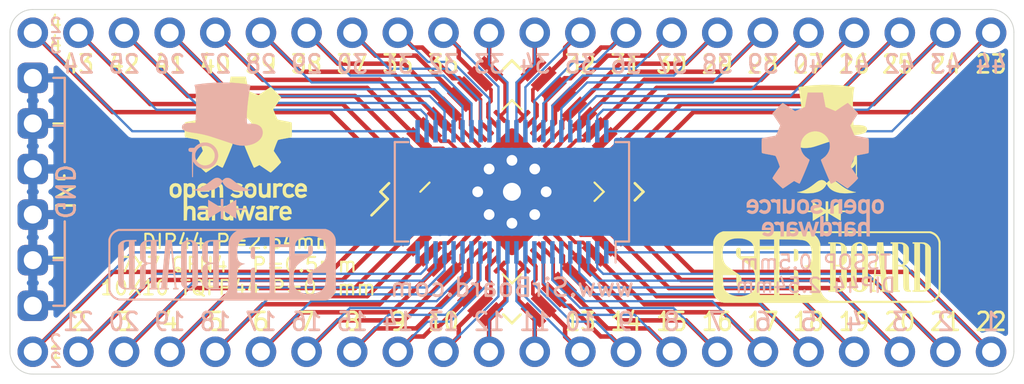
<source format=kicad_pcb>
(kicad_pcb (version 20171130) (host pcbnew "(5.1.2)-2")
  (title_block (title "TQFP44 to DIP44 Breakout Board") (date 2020-04-18) (rev 2) (company SirBoard) (comment 1 "TQFP44 P = 0.8mm") (comment 2 "QFN44 P = 0.5mm") (comment 3 "TSSOP44 P = 0.65mm") (comment 4 "DIP44 P = 2.54mm"))
  (layers (0 F.Cu signal) (31 B.Cu signal) (34 B.Paste user hide) (35 F.Paste user hide) (36 B.SilkS user) (37 F.SilkS user) (38 B.Mask user hide) (39 F.Mask user hide) (44 Edge.Cuts user))
  (net 0 "")
  (net 1 "Net-(J1-Pad22)")
  (net 2 "Net-(J1-Pad21)")
  (net 3 "Net-(J1-Pad20)")
  (net 4 "Net-(J1-Pad19)")
  (net 5 "Net-(J1-Pad18)")
  (net 6 "Net-(J1-Pad17)")
  (net 7 "Net-(J1-Pad16)")
  (net 8 "Net-(J1-Pad15)")
  (net 9 "Net-(J1-Pad14)")
  (net 10 "Net-(J1-Pad13)")
  (net 11 "Net-(J1-Pad12)")
  (net 12 "Net-(J1-Pad11)")
  (net 13 "Net-(J1-Pad10)")
  (net 14 "Net-(J1-Pad9)")
  (net 15 "Net-(J1-Pad8)")
  (net 16 "Net-(J1-Pad7)")
  (net 17 "Net-(J1-Pad6)")
  (net 18 "Net-(J1-Pad5)")
  (net 19 "Net-(J1-Pad4)")
  (net 20 "Net-(J1-Pad3)")
  (net 21 "Net-(J1-Pad2)")
  (net 22 "Net-(J1-Pad1)")
  (net 23 "Net-(J2-Pad22)")
  (net 24 "Net-(J2-Pad21)")
  (net 25 "Net-(J2-Pad20)")
  (net 26 "Net-(J2-Pad19)")
  (net 27 "Net-(J2-Pad18)")
  (net 28 "Net-(J2-Pad17)")
  (net 29 "Net-(J2-Pad16)")
  (net 30 "Net-(J2-Pad15)")
  (net 31 "Net-(J2-Pad14)")
  (net 32 "Net-(J2-Pad13)")
  (net 33 "Net-(J2-Pad12)")
  (net 34 "Net-(J2-Pad11)")
  (net 35 "Net-(J2-Pad10)")
  (net 36 "Net-(J2-Pad9)")
  (net 37 "Net-(J2-Pad8)")
  (net 38 "Net-(J2-Pad7)")
  (net 39 "Net-(J2-Pad6)")
  (net 40 "Net-(J2-Pad5)")
  (net 41 "Net-(J2-Pad4)")
  (net 42 "Net-(J2-Pad3)")
  (net 43 "Net-(J2-Pad2)")
  (net 44 "Net-(J2-Pad1)")
  (net 45 "Net-(J6-Pad1)")
  (module logo:SirBoard127x40 (layer B.Cu) (at 51.816 39.116 180)
    (fp_text reference G*** hide)
    (fp_text value LOGO hide)
  )
  (module logo:logo76x107 (layer B.Cu) (at 51.816 32.766 180)
    (fp_text reference G*** hide)
    (fp_text value LOGO hide)
  )
  (module logo:SirBoard127x40 (layer F.Cu) (at 85.471 39.243)
    (fp_text reference G*** hide)
    (fp_text value LOGO hide)
  )
  (module logo:logo76x107 (layer F.Cu) (at 85.471 32.893)
    (fp_text reference G*** hide)
    (fp_text value LOGO hide)
  )
  (module Connector_PinHeader_2.54mm:PinHeader_1x06_P2.54mm_Vertical (layer B.Cu) (at 41.275 41.402)
    (fp_text reference J6 hide)
    (fp_text value Conn_01x06)
    (pad 6 thru_hole roundrect (at 0 -12.7) (size 1.7 1.7) (drill 1) (layers *.Cu *.Mask) (net 45 "Net-(J6-Pad1)"))
    (pad 5 thru_hole roundrect (at 0 -10.16) (size 1.7 1.7) (drill 1) (layers *.Cu *.Mask) (net 45 "Net-(J6-Pad1)"))
    (pad 4 thru_hole roundrect (at 0 -7.62) (size 1.7 1.7) (drill 1) (layers *.Cu *.Mask) (net 45 "Net-(J6-Pad1)"))
    (pad 3 thru_hole roundrect (at 0 -5.08) (size 1.7 1.7) (drill 1) (layers *.Cu *.Mask) (net 45 "Net-(J6-Pad1)"))
    (pad 2 thru_hole roundrect (at 0 -2.54) (size 1.7 1.7) (drill 1) (layers *.Cu *.Mask) (net 45 "Net-(J6-Pad1)"))
    (pad 1 thru_hole roundrect (at 0 0) (size 1.7 1.7) (drill 1) (layers *.Cu *.Mask) (net 45 "Net-(J6-Pad1)"))
  )
  (module Package_QFP:TQFP-44_10x10mm_P0.8mm (layer F.Cu) (at 67.945 35.052 45)
    (fp_text reference J3 hide)
    (fp_text value Conn_02x22_Counter_Clockwise)
    (pad 44 smd rect (at -4 -5.7 135) (size 1.5 0.55) (layers F.Cu F.Paste F.Mask) (net 22 "Net-(J1-Pad1)"))
    (pad 43 smd rect (at -3.2 -5.7 135) (size 1.5 0.55) (layers F.Cu F.Paste F.Mask) (net 21 "Net-(J1-Pad2)"))
    (pad 42 smd rect (at -2.4 -5.7 135) (size 1.5 0.55) (layers F.Cu F.Paste F.Mask) (net 20 "Net-(J1-Pad3)"))
    (pad 41 smd rect (at -1.6 -5.7 135) (size 1.5 0.55) (layers F.Cu F.Paste F.Mask) (net 19 "Net-(J1-Pad4)"))
    (pad 40 smd rect (at -0.8 -5.7 135) (size 1.5 0.55) (layers F.Cu F.Paste F.Mask) (net 18 "Net-(J1-Pad5)"))
    (pad 39 smd rect (at 0 -5.7 135) (size 1.5 0.55) (layers F.Cu F.Paste F.Mask) (net 17 "Net-(J1-Pad6)"))
    (pad 38 smd rect (at 0.8 -5.7 135) (size 1.5 0.55) (layers F.Cu F.Paste F.Mask) (net 16 "Net-(J1-Pad7)"))
    (pad 37 smd rect (at 1.6 -5.7 135) (size 1.5 0.55) (layers F.Cu F.Paste F.Mask) (net 15 "Net-(J1-Pad8)"))
    (pad 36 smd rect (at 2.4 -5.7 135) (size 1.5 0.55) (layers F.Cu F.Paste F.Mask) (net 14 "Net-(J1-Pad9)"))
    (pad 35 smd rect (at 3.2 -5.7 135) (size 1.5 0.55) (layers F.Cu F.Paste F.Mask) (net 13 "Net-(J1-Pad10)"))
    (pad 34 smd rect (at 4 -5.7 135) (size 1.5 0.55) (layers F.Cu F.Paste F.Mask) (net 12 "Net-(J1-Pad11)"))
    (pad 33 smd rect (at 5.7 -4 45) (size 1.5 0.55) (layers F.Cu F.Paste F.Mask) (net 11 "Net-(J1-Pad12)"))
    (pad 32 smd rect (at 5.7 -3.2 45) (size 1.5 0.55) (layers F.Cu F.Paste F.Mask) (net 10 "Net-(J1-Pad13)"))
    (pad 31 smd rect (at 5.7 -2.4 45) (size 1.5 0.55) (layers F.Cu F.Paste F.Mask) (net 9 "Net-(J1-Pad14)"))
    (pad 30 smd rect (at 5.7 -1.6 45) (size 1.5 0.55) (layers F.Cu F.Paste F.Mask) (net 8 "Net-(J1-Pad15)"))
    (pad 29 smd rect (at 5.7 -0.8 45) (size 1.5 0.55) (layers F.Cu F.Paste F.Mask) (net 7 "Net-(J1-Pad16)"))
    (pad 28 smd rect (at 5.7 0 45) (size 1.5 0.55) (layers F.Cu F.Paste F.Mask) (net 6 "Net-(J1-Pad17)"))
    (pad 27 smd rect (at 5.7 0.8 45) (size 1.5 0.55) (layers F.Cu F.Paste F.Mask) (net 5 "Net-(J1-Pad18)"))
    (pad 26 smd rect (at 5.7 1.6 45) (size 1.5 0.55) (layers F.Cu F.Paste F.Mask) (net 4 "Net-(J1-Pad19)"))
    (pad 25 smd rect (at 5.7 2.4 45) (size 1.5 0.55) (layers F.Cu F.Paste F.Mask) (net 3 "Net-(J1-Pad20)"))
    (pad 24 smd rect (at 5.7 3.2 45) (size 1.5 0.55) (layers F.Cu F.Paste F.Mask) (net 2 "Net-(J1-Pad21)"))
    (pad 23 smd rect (at 5.7 4 45) (size 1.5 0.55) (layers F.Cu F.Paste F.Mask) (net 1 "Net-(J1-Pad22)"))
    (pad 22 smd rect (at 4 5.7 135) (size 1.5 0.55) (layers F.Cu F.Paste F.Mask) (net 23 "Net-(J2-Pad22)"))
    (pad 21 smd rect (at 3.2 5.7 135) (size 1.5 0.55) (layers F.Cu F.Paste F.Mask) (net 24 "Net-(J2-Pad21)"))
    (pad 20 smd rect (at 2.4 5.7 135) (size 1.5 0.55) (layers F.Cu F.Paste F.Mask) (net 25 "Net-(J2-Pad20)"))
    (pad 19 smd rect (at 1.6 5.7 135) (size 1.5 0.55) (layers F.Cu F.Paste F.Mask) (net 26 "Net-(J2-Pad19)"))
    (pad 18 smd rect (at 0.8 5.7 135) (size 1.5 0.55) (layers F.Cu F.Paste F.Mask) (net 27 "Net-(J2-Pad18)"))
    (pad 17 smd rect (at 0 5.7 135) (size 1.5 0.55) (layers F.Cu F.Paste F.Mask) (net 28 "Net-(J2-Pad17)"))
    (pad 16 smd rect (at -0.8 5.7 135) (size 1.5 0.55) (layers F.Cu F.Paste F.Mask) (net 29 "Net-(J2-Pad16)"))
    (pad 15 smd rect (at -1.6 5.7 135) (size 1.5 0.55) (layers F.Cu F.Paste F.Mask) (net 30 "Net-(J2-Pad15)"))
    (pad 14 smd rect (at -2.4 5.7 135) (size 1.5 0.55) (layers F.Cu F.Paste F.Mask) (net 31 "Net-(J2-Pad14)"))
    (pad 13 smd rect (at -3.2 5.7 135) (size 1.5 0.55) (layers F.Cu F.Paste F.Mask) (net 32 "Net-(J2-Pad13)"))
    (pad 12 smd rect (at -4 5.7 135) (size 1.5 0.55) (layers F.Cu F.Paste F.Mask) (net 33 "Net-(J2-Pad12)"))
    (pad 11 smd rect (at -5.7 4 45) (size 1.5 0.55) (layers F.Cu F.Paste F.Mask) (net 34 "Net-(J2-Pad11)"))
    (pad 10 smd rect (at -5.7 3.2 45) (size 1.5 0.55) (layers F.Cu F.Paste F.Mask) (net 35 "Net-(J2-Pad10)"))
    (pad 9 smd rect (at -5.7 2.4 45) (size 1.5 0.55) (layers F.Cu F.Paste F.Mask) (net 36 "Net-(J2-Pad9)"))
    (pad 8 smd rect (at -5.7 1.6 45) (size 1.5 0.55) (layers F.Cu F.Paste F.Mask) (net 37 "Net-(J2-Pad8)"))
    (pad 7 smd rect (at -5.7 0.8 45) (size 1.5 0.55) (layers F.Cu F.Paste F.Mask) (net 38 "Net-(J2-Pad7)"))
    (pad 6 smd rect (at -5.7 0 45) (size 1.5 0.55) (layers F.Cu F.Paste F.Mask) (net 39 "Net-(J2-Pad6)"))
    (pad 5 smd rect (at -5.7 -0.8 45) (size 1.5 0.55) (layers F.Cu F.Paste F.Mask) (net 40 "Net-(J2-Pad5)"))
    (pad 4 smd rect (at -5.7 -1.6 45) (size 1.5 0.55) (layers F.Cu F.Paste F.Mask) (net 41 "Net-(J2-Pad4)"))
    (pad 3 smd rect (at -5.7 -2.4 45) (size 1.5 0.55) (layers F.Cu F.Paste F.Mask) (net 42 "Net-(J2-Pad3)"))
    (pad 2 smd rect (at -5.7 -3.2 45) (size 1.5 0.55) (layers F.Cu F.Paste F.Mask) (net 43 "Net-(J2-Pad2)"))
    (pad 1 smd rect (at -5.7 -4 45) (size 1.5 0.55) (layers F.Cu F.Paste F.Mask) (net 44 "Net-(J2-Pad1)"))
  )
  (module Package_DFN_QFN:QFN-44-1EP_7x7mm_P0.5mm_EP5.15x5.15mm (layer F.Cu) (at 67.949465 35.049768 45)
    (fp_text reference J4 hide)
    (fp_text value Conn_02x22_Counter_Clockwise)
    (pad 44 smd roundrect (at -2.5 -3.4375 45) (size 0.25 0.875) (layers F.Cu F.Paste F.Mask) (net 22 "Net-(J1-Pad1)"))
    (pad 43 smd roundrect (at -2 -3.4375 45) (size 0.25 0.875) (layers F.Cu F.Paste F.Mask) (net 21 "Net-(J1-Pad2)"))
    (pad 42 smd roundrect (at -1.5 -3.4375 45) (size 0.25 0.875) (layers F.Cu F.Paste F.Mask) (net 20 "Net-(J1-Pad3)"))
    (pad 41 smd roundrect (at -1 -3.4375 45) (size 0.25 0.875) (layers F.Cu F.Paste F.Mask) (net 19 "Net-(J1-Pad4)"))
    (pad 40 smd roundrect (at -0.5 -3.4375 45) (size 0.25 0.875) (layers F.Cu F.Paste F.Mask) (net 18 "Net-(J1-Pad5)"))
    (pad 39 smd roundrect (at 0 -3.4375 45) (size 0.25 0.875) (layers F.Cu F.Paste F.Mask) (net 17 "Net-(J1-Pad6)"))
    (pad 38 smd roundrect (at 0.5 -3.4375 45) (size 0.25 0.875) (layers F.Cu F.Paste F.Mask) (net 16 "Net-(J1-Pad7)"))
    (pad 37 smd roundrect (at 1 -3.4375 45) (size 0.25 0.875) (layers F.Cu F.Paste F.Mask) (net 15 "Net-(J1-Pad8)"))
    (pad 36 smd roundrect (at 1.5 -3.4375 45) (size 0.25 0.875) (layers F.Cu F.Paste F.Mask) (net 14 "Net-(J1-Pad9)"))
    (pad 35 smd roundrect (at 2 -3.4375 45) (size 0.25 0.875) (layers F.Cu F.Paste F.Mask) (net 13 "Net-(J1-Pad10)"))
    (pad 34 smd roundrect (at 2.5 -3.4375 45) (size 0.25 0.875) (layers F.Cu F.Paste F.Mask) (net 12 "Net-(J1-Pad11)"))
    (pad 33 smd roundrect (at 3.4375 -2.5 45) (size 0.875 0.25) (layers F.Cu F.Paste F.Mask) (net 11 "Net-(J1-Pad12)"))
    (pad 32 smd roundrect (at 3.4375 -2 45) (size 0.875 0.25) (layers F.Cu F.Paste F.Mask) (net 10 "Net-(J1-Pad13)"))
    (pad 31 smd roundrect (at 3.4375 -1.5 45) (size 0.875 0.25) (layers F.Cu F.Paste F.Mask) (net 9 "Net-(J1-Pad14)"))
    (pad 30 smd roundrect (at 3.4375 -1 45) (size 0.875 0.25) (layers F.Cu F.Paste F.Mask) (net 8 "Net-(J1-Pad15)"))
    (pad 29 smd roundrect (at 3.4375 -0.5 45) (size 0.875 0.25) (layers F.Cu F.Paste F.Mask) (net 7 "Net-(J1-Pad16)"))
    (pad 28 smd roundrect (at 3.4375 0 45) (size 0.875 0.25) (layers F.Cu F.Paste F.Mask) (net 6 "Net-(J1-Pad17)"))
    (pad 27 smd roundrect (at 3.4375 0.5 45) (size 0.875 0.25) (layers F.Cu F.Paste F.Mask) (net 5 "Net-(J1-Pad18)"))
    (pad 26 smd roundrect (at 3.4375 1 45) (size 0.875 0.25) (layers F.Cu F.Paste F.Mask) (net 4 "Net-(J1-Pad19)"))
    (pad 25 smd roundrect (at 3.4375 1.5 45) (size 0.875 0.25) (layers F.Cu F.Paste F.Mask) (net 3 "Net-(J1-Pad20)"))
    (pad 24 smd roundrect (at 3.4375 2 45) (size 0.875 0.25) (layers F.Cu F.Paste F.Mask) (net 2 "Net-(J1-Pad21)"))
    (pad 23 smd roundrect (at 3.4375 2.5 45) (size 0.875 0.25) (layers F.Cu F.Paste F.Mask) (net 1 "Net-(J1-Pad22)"))
    (pad 22 smd roundrect (at 2.5 3.4375 45) (size 0.25 0.875) (layers F.Cu F.Paste F.Mask) (net 23 "Net-(J2-Pad22)"))
    (pad 21 smd roundrect (at 2 3.4375 45) (size 0.25 0.875) (layers F.Cu F.Paste F.Mask) (net 24 "Net-(J2-Pad21)"))
    (pad 20 smd roundrect (at 1.5 3.4375 45) (size 0.25 0.875) (layers F.Cu F.Paste F.Mask) (net 25 "Net-(J2-Pad20)"))
    (pad 19 smd roundrect (at 1 3.4375 45) (size 0.25 0.875) (layers F.Cu F.Paste F.Mask) (net 26 "Net-(J2-Pad19)"))
    (pad 18 smd roundrect (at 0.5 3.4375 45) (size 0.25 0.875) (layers F.Cu F.Paste F.Mask) (net 27 "Net-(J2-Pad18)"))
    (pad 17 smd roundrect (at 0 3.4375 45) (size 0.25 0.875) (layers F.Cu F.Paste F.Mask) (net 28 "Net-(J2-Pad17)"))
    (pad 16 smd roundrect (at -0.5 3.4375 45) (size 0.25 0.875) (layers F.Cu F.Paste F.Mask) (net 29 "Net-(J2-Pad16)"))
    (pad 15 smd roundrect (at -1 3.4375 45) (size 0.25 0.875) (layers F.Cu F.Paste F.Mask) (net 30 "Net-(J2-Pad15)"))
    (pad 14 smd roundrect (at -1.5 3.4375 45) (size 0.25 0.875) (layers F.Cu F.Paste F.Mask) (net 31 "Net-(J2-Pad14)"))
    (pad 13 smd roundrect (at -2 3.4375 45) (size 0.25 0.875) (layers F.Cu F.Paste F.Mask) (net 32 "Net-(J2-Pad13)"))
    (pad 12 smd roundrect (at -2.5 3.4375 45) (size 0.25 0.875) (layers F.Cu F.Paste F.Mask) (net 33 "Net-(J2-Pad12)"))
    (pad 11 smd roundrect (at -3.4375 2.5 45) (size 0.875 0.25) (layers F.Cu F.Paste F.Mask) (net 34 "Net-(J2-Pad11)"))
    (pad 10 smd roundrect (at -3.4375 2 45) (size 0.875 0.25) (layers F.Cu F.Paste F.Mask) (net 35 "Net-(J2-Pad10)"))
    (pad 9 smd roundrect (at -3.4375 1.5 45) (size 0.875 0.25) (layers F.Cu F.Paste F.Mask) (net 36 "Net-(J2-Pad9)"))
    (pad 8 smd roundrect (at -3.4375 1 45) (size 0.875 0.25) (layers F.Cu F.Paste F.Mask) (net 37 "Net-(J2-Pad8)"))
    (pad 7 smd roundrect (at -3.4375 0.5 45) (size 0.875 0.25) (layers F.Cu F.Paste F.Mask) (net 38 "Net-(J2-Pad7)"))
    (pad 6 smd roundrect (at -3.4375 0 45) (size 0.875 0.25) (layers F.Cu F.Paste F.Mask) (net 39 "Net-(J2-Pad6)"))
    (pad 5 smd roundrect (at -3.4375 -0.5 45) (size 0.875 0.25) (layers F.Cu F.Paste F.Mask) (net 40 "Net-(J2-Pad5)"))
    (pad 4 smd roundrect (at -3.4375 -1 45) (size 0.875 0.25) (layers F.Cu F.Paste F.Mask) (net 41 "Net-(J2-Pad4)"))
    (pad 3 smd roundrect (at -3.4375 -1.5 45) (size 0.875 0.25) (layers F.Cu F.Paste F.Mask) (net 42 "Net-(J2-Pad3)"))
    (pad 2 smd roundrect (at -3.4375 -2 45) (size 0.875 0.25) (layers F.Cu F.Paste F.Mask) (net 43 "Net-(J2-Pad2)"))
    (pad 1 smd roundrect (at -3.4375 -2.5 45) (size 0.875 0.25) (layers F.Cu F.Paste F.Mask) (net 44 "Net-(J2-Pad1)"))
    (pad 45 smd roundrect (at 0 0 45) (size 5.15 5.15) (layers F.Cu F.Mask) (roundrect_rratio 0.048544) (net 45 "Net-(J6-Pad1)"))
  )
  (module Connector_PinHeader_2.54mm:PinHeader_1x22_P2.54mm_Vertical (layer F.Cu) (at 41.275 43.9674 90)
    (fp_text reference J2 hide)
    (fp_text value Conn_01x22)
    (pad 1 thru_hole circle (at 0 0 90) (size 1.7 1.7) (drill 1) (layers *.Cu *.Mask) (net 44 "Net-(J2-Pad1)"))
    (pad 2 thru_hole oval (at 0 2.54 90) (size 1.7 1.7) (drill 1) (layers *.Cu *.Mask) (net 43 "Net-(J2-Pad2)"))
    (pad 3 thru_hole oval (at 0 5.08 90) (size 1.7 1.7) (drill 1) (layers *.Cu *.Mask) (net 42 "Net-(J2-Pad3)"))
    (pad 4 thru_hole oval (at 0 7.62 90) (size 1.7 1.7) (drill 1) (layers *.Cu *.Mask) (net 41 "Net-(J2-Pad4)"))
    (pad 5 thru_hole oval (at 0 10.16 90) (size 1.7 1.7) (drill 1) (layers *.Cu *.Mask) (net 40 "Net-(J2-Pad5)"))
    (pad 6 thru_hole oval (at 0 12.7 90) (size 1.7 1.7) (drill 1) (layers *.Cu *.Mask) (net 39 "Net-(J2-Pad6)"))
    (pad 7 thru_hole oval (at 0 15.24 90) (size 1.7 1.7) (drill 1) (layers *.Cu *.Mask) (net 38 "Net-(J2-Pad7)"))
    (pad 8 thru_hole oval (at 0 17.78 90) (size 1.7 1.7) (drill 1) (layers *.Cu *.Mask) (net 37 "Net-(J2-Pad8)"))
    (pad 9 thru_hole oval (at 0 20.32 90) (size 1.7 1.7) (drill 1) (layers *.Cu *.Mask) (net 36 "Net-(J2-Pad9)"))
    (pad 10 thru_hole oval (at 0 22.86 90) (size 1.7 1.7) (drill 1) (layers *.Cu *.Mask) (net 35 "Net-(J2-Pad10)"))
    (pad 11 thru_hole oval (at 0 25.4 90) (size 1.7 1.7) (drill 1) (layers *.Cu *.Mask) (net 34 "Net-(J2-Pad11)"))
    (pad 12 thru_hole oval (at 0 27.94 90) (size 1.7 1.7) (drill 1) (layers *.Cu *.Mask) (net 33 "Net-(J2-Pad12)"))
    (pad 13 thru_hole oval (at 0 30.48 90) (size 1.7 1.7) (drill 1) (layers *.Cu *.Mask) (net 32 "Net-(J2-Pad13)"))
    (pad 14 thru_hole oval (at 0 33.02 90) (size 1.7 1.7) (drill 1) (layers *.Cu *.Mask) (net 31 "Net-(J2-Pad14)"))
    (pad 15 thru_hole oval (at 0 35.56 90) (size 1.7 1.7) (drill 1) (layers *.Cu *.Mask) (net 30 "Net-(J2-Pad15)"))
    (pad 16 thru_hole oval (at 0 38.1 90) (size 1.7 1.7) (drill 1) (layers *.Cu *.Mask) (net 29 "Net-(J2-Pad16)"))
    (pad 17 thru_hole oval (at 0 40.64 90) (size 1.7 1.7) (drill 1) (layers *.Cu *.Mask) (net 28 "Net-(J2-Pad17)"))
    (pad 18 thru_hole oval (at 0 43.18 90) (size 1.7 1.7) (drill 1) (layers *.Cu *.Mask) (net 27 "Net-(J2-Pad18)"))
    (pad 19 thru_hole oval (at 0 45.72 90) (size 1.7 1.7) (drill 1) (layers *.Cu *.Mask) (net 26 "Net-(J2-Pad19)"))
    (pad 20 thru_hole oval (at 0 48.26 90) (size 1.7 1.7) (drill 1) (layers *.Cu *.Mask) (net 25 "Net-(J2-Pad20)"))
    (pad 21 thru_hole oval (at 0 50.8 90) (size 1.7 1.7) (drill 1) (layers *.Cu *.Mask) (net 24 "Net-(J2-Pad21)"))
    (pad 22 thru_hole oval (at 0 53.34 90) (size 1.7 1.7) (drill 1) (layers *.Cu *.Mask) (net 23 "Net-(J2-Pad22)"))
  )
  (module Connector_PinHeader_2.54mm:PinHeader_1x22_P2.54mm_Vertical (layer F.Cu) (at 41.275 26.1874 90)
    (fp_text reference J1 hide)
    (fp_text value Conn_01x22)
    (pad 1 thru_hole circle (at 0 0 90) (size 1.7 1.7) (drill 1) (layers *.Cu *.Mask) (net 22 "Net-(J1-Pad1)"))
    (pad 2 thru_hole oval (at 0 2.54 90) (size 1.7 1.7) (drill 1) (layers *.Cu *.Mask) (net 21 "Net-(J1-Pad2)"))
    (pad 3 thru_hole oval (at 0 5.08 90) (size 1.7 1.7) (drill 1) (layers *.Cu *.Mask) (net 20 "Net-(J1-Pad3)"))
    (pad 4 thru_hole oval (at 0 7.62 90) (size 1.7 1.7) (drill 1) (layers *.Cu *.Mask) (net 19 "Net-(J1-Pad4)"))
    (pad 5 thru_hole oval (at 0 10.16 90) (size 1.7 1.7) (drill 1) (layers *.Cu *.Mask) (net 18 "Net-(J1-Pad5)"))
    (pad 6 thru_hole oval (at 0 12.7 90) (size 1.7 1.7) (drill 1) (layers *.Cu *.Mask) (net 17 "Net-(J1-Pad6)"))
    (pad 7 thru_hole oval (at 0 15.24 90) (size 1.7 1.7) (drill 1) (layers *.Cu *.Mask) (net 16 "Net-(J1-Pad7)"))
    (pad 8 thru_hole oval (at 0 17.78 90) (size 1.7 1.7) (drill 1) (layers *.Cu *.Mask) (net 15 "Net-(J1-Pad8)"))
    (pad 9 thru_hole oval (at 0 20.32 90) (size 1.7 1.7) (drill 1) (layers *.Cu *.Mask) (net 14 "Net-(J1-Pad9)"))
    (pad 10 thru_hole oval (at 0 22.86 90) (size 1.7 1.7) (drill 1) (layers *.Cu *.Mask) (net 13 "Net-(J1-Pad10)"))
    (pad 11 thru_hole oval (at 0 25.4 90) (size 1.7 1.7) (drill 1) (layers *.Cu *.Mask) (net 12 "Net-(J1-Pad11)"))
    (pad 12 thru_hole oval (at 0 27.94 90) (size 1.7 1.7) (drill 1) (layers *.Cu *.Mask) (net 11 "Net-(J1-Pad12)"))
    (pad 13 thru_hole oval (at 0 30.48 90) (size 1.7 1.7) (drill 1) (layers *.Cu *.Mask) (net 10 "Net-(J1-Pad13)"))
    (pad 14 thru_hole oval (at 0 33.02 90) (size 1.7 1.7) (drill 1) (layers *.Cu *.Mask) (net 9 "Net-(J1-Pad14)"))
    (pad 15 thru_hole oval (at 0 35.56 90) (size 1.7 1.7) (drill 1) (layers *.Cu *.Mask) (net 8 "Net-(J1-Pad15)"))
    (pad 16 thru_hole oval (at 0 38.1 90) (size 1.7 1.7) (drill 1) (layers *.Cu *.Mask) (net 7 "Net-(J1-Pad16)"))
    (pad 17 thru_hole oval (at 0 40.64 90) (size 1.7 1.7) (drill 1) (layers *.Cu *.Mask) (net 6 "Net-(J1-Pad17)"))
    (pad 18 thru_hole oval (at 0 43.18 90) (size 1.7 1.7) (drill 1) (layers *.Cu *.Mask) (net 5 "Net-(J1-Pad18)"))
    (pad 19 thru_hole oval (at 0 45.72 90) (size 1.7 1.7) (drill 1) (layers *.Cu *.Mask) (net 4 "Net-(J1-Pad19)"))
    (pad 20 thru_hole oval (at 0 48.26 90) (size 1.7 1.7) (drill 1) (layers *.Cu *.Mask) (net 3 "Net-(J1-Pad20)"))
    (pad 21 thru_hole oval (at 0 50.8 90) (size 1.7 1.7) (drill 1) (layers *.Cu *.Mask) (net 2 "Net-(J1-Pad21)"))
    (pad 22 thru_hole oval (at 0 53.34 90) (size 1.7 1.7) (drill 1) (layers *.Cu *.Mask) (net 1 "Net-(J1-Pad22)"))
  )
  (module Package_SO:SSOP-44_5.3x12.8mm_P0.5mm (layer B.Cu) (at 67.945 35.052 90)
    (fp_text reference J5 hide)
    (fp_text value Conn_02x22_Counter_Clockwise)
    (pad 44 smd rect (at 3.375 5.25 90) (size 1.25 0.25) (layers B.Cu B.Paste B.Mask) (net 1 "Net-(J1-Pad22)"))
    (pad 43 smd rect (at 3.375 4.75 90) (size 1.25 0.25) (layers B.Cu B.Paste B.Mask) (net 2 "Net-(J1-Pad21)"))
    (pad 42 smd rect (at 3.375 4.25 90) (size 1.25 0.25) (layers B.Cu B.Paste B.Mask) (net 3 "Net-(J1-Pad20)"))
    (pad 41 smd rect (at 3.375 3.75 90) (size 1.25 0.25) (layers B.Cu B.Paste B.Mask) (net 4 "Net-(J1-Pad19)"))
    (pad 40 smd rect (at 3.375 3.25 90) (size 1.25 0.25) (layers B.Cu B.Paste B.Mask) (net 5 "Net-(J1-Pad18)"))
    (pad 39 smd rect (at 3.375 2.75 90) (size 1.25 0.25) (layers B.Cu B.Paste B.Mask) (net 6 "Net-(J1-Pad17)"))
    (pad 38 smd rect (at 3.375 2.25 90) (size 1.25 0.25) (layers B.Cu B.Paste B.Mask) (net 7 "Net-(J1-Pad16)"))
    (pad 37 smd rect (at 3.375 1.75 90) (size 1.25 0.25) (layers B.Cu B.Paste B.Mask) (net 8 "Net-(J1-Pad15)"))
    (pad 36 smd rect (at 3.375 1.25 90) (size 1.25 0.25) (layers B.Cu B.Paste B.Mask) (net 9 "Net-(J1-Pad14)"))
    (pad 35 smd rect (at 3.375 0.75 90) (size 1.25 0.25) (layers B.Cu B.Paste B.Mask) (net 10 "Net-(J1-Pad13)"))
    (pad 34 smd rect (at 3.375 0.25 90) (size 1.25 0.25) (layers B.Cu B.Paste B.Mask) (net 11 "Net-(J1-Pad12)"))
    (pad 33 smd rect (at 3.375 -0.25 90) (size 1.25 0.25) (layers B.Cu B.Paste B.Mask) (net 12 "Net-(J1-Pad11)"))
    (pad 32 smd rect (at 3.375 -0.75 90) (size 1.25 0.25) (layers B.Cu B.Paste B.Mask) (net 13 "Net-(J1-Pad10)"))
    (pad 31 smd rect (at 3.375 -1.25 90) (size 1.25 0.25) (layers B.Cu B.Paste B.Mask) (net 14 "Net-(J1-Pad9)"))
    (pad 30 smd rect (at 3.375 -1.75 90) (size 1.25 0.25) (layers B.Cu B.Paste B.Mask) (net 15 "Net-(J1-Pad8)"))
    (pad 29 smd rect (at 3.375 -2.25 90) (size 1.25 0.25) (layers B.Cu B.Paste B.Mask) (net 16 "Net-(J1-Pad7)"))
    (pad 28 smd rect (at 3.375 -2.75 90) (size 1.25 0.25) (layers B.Cu B.Paste B.Mask) (net 17 "Net-(J1-Pad6)"))
    (pad 27 smd rect (at 3.375 -3.25 90) (size 1.25 0.25) (layers B.Cu B.Paste B.Mask) (net 18 "Net-(J1-Pad5)"))
    (pad 26 smd rect (at 3.375 -3.75 90) (size 1.25 0.25) (layers B.Cu B.Paste B.Mask) (net 19 "Net-(J1-Pad4)"))
    (pad 25 smd rect (at 3.375 -4.25 90) (size 1.25 0.25) (layers B.Cu B.Paste B.Mask) (net 20 "Net-(J1-Pad3)"))
    (pad 24 smd rect (at 3.375 -4.75 90) (size 1.25 0.25) (layers B.Cu B.Paste B.Mask) (net 21 "Net-(J1-Pad2)"))
    (pad 23 smd rect (at 3.375 -5.25 90) (size 1.25 0.25) (layers B.Cu B.Paste B.Mask) (net 22 "Net-(J1-Pad1)"))
    (pad 22 smd rect (at -3.375 -5.25 90) (size 1.25 0.25) (layers B.Cu B.Paste B.Mask) (net 44 "Net-(J2-Pad1)"))
    (pad 21 smd rect (at -3.375 -4.75 90) (size 1.25 0.25) (layers B.Cu B.Paste B.Mask) (net 43 "Net-(J2-Pad2)"))
    (pad 20 smd rect (at -3.375 -4.25 90) (size 1.25 0.25) (layers B.Cu B.Paste B.Mask) (net 42 "Net-(J2-Pad3)"))
    (pad 19 smd rect (at -3.375 -3.75 90) (size 1.25 0.25) (layers B.Cu B.Paste B.Mask) (net 41 "Net-(J2-Pad4)"))
    (pad 18 smd rect (at -3.375 -3.25 90) (size 1.25 0.25) (layers B.Cu B.Paste B.Mask) (net 40 "Net-(J2-Pad5)"))
    (pad 17 smd rect (at -3.375 -2.75 90) (size 1.25 0.25) (layers B.Cu B.Paste B.Mask) (net 39 "Net-(J2-Pad6)"))
    (pad 16 smd rect (at -3.375 -2.25 90) (size 1.25 0.25) (layers B.Cu B.Paste B.Mask) (net 38 "Net-(J2-Pad7)"))
    (pad 15 smd rect (at -3.375 -1.75 90) (size 1.25 0.25) (layers B.Cu B.Paste B.Mask) (net 37 "Net-(J2-Pad8)"))
    (pad 14 smd rect (at -3.375 -1.25 90) (size 1.25 0.25) (layers B.Cu B.Paste B.Mask) (net 36 "Net-(J2-Pad9)"))
    (pad 13 smd rect (at -3.375 -0.75 90) (size 1.25 0.25) (layers B.Cu B.Paste B.Mask) (net 35 "Net-(J2-Pad10)"))
    (pad 12 smd rect (at -3.375 -0.25 90) (size 1.25 0.25) (layers B.Cu B.Paste B.Mask) (net 34 "Net-(J2-Pad11)"))
    (pad 11 smd rect (at -3.375 0.25 90) (size 1.25 0.25) (layers B.Cu B.Paste B.Mask) (net 33 "Net-(J2-Pad12)"))
    (pad 10 smd rect (at -3.375 0.75 90) (size 1.25 0.25) (layers B.Cu B.Paste B.Mask) (net 32 "Net-(J2-Pad13)"))
    (pad 9 smd rect (at -3.375 1.25 90) (size 1.25 0.25) (layers B.Cu B.Paste B.Mask) (net 31 "Net-(J2-Pad14)"))
    (pad 8 smd rect (at -3.375 1.75 90) (size 1.25 0.25) (layers B.Cu B.Paste B.Mask) (net 30 "Net-(J2-Pad15)"))
    (pad 7 smd rect (at -3.375 2.25 90) (size 1.25 0.25) (layers B.Cu B.Paste B.Mask) (net 29 "Net-(J2-Pad16)"))
    (pad 6 smd rect (at -3.375 2.75 90) (size 1.25 0.25) (layers B.Cu B.Paste B.Mask) (net 28 "Net-(J2-Pad17)"))
    (pad 5 smd rect (at -3.375 3.25 90) (size 1.25 0.25) (layers B.Cu B.Paste B.Mask) (net 27 "Net-(J2-Pad18)"))
    (pad 4 smd rect (at -3.375 3.75 90) (size 1.25 0.25) (layers B.Cu B.Paste B.Mask) (net 26 "Net-(J2-Pad19)"))
    (pad 3 smd rect (at -3.375 4.25 90) (size 1.25 0.25) (layers B.Cu B.Paste B.Mask) (net 25 "Net-(J2-Pad20)"))
    (pad 2 smd rect (at -3.375 4.75 90) (size 1.25 0.25) (layers B.Cu B.Paste B.Mask) (net 24 "Net-(J2-Pad21)"))
    (pad 1 smd rect (at -3.375 5.25 90) (size 1.25 0.25) (layers B.Cu B.Paste B.Mask) (net 23 "Net-(J2-Pad22)"))
  )
  (module Symbol:OSHW-Logo_7.5x8mm_SilkScreen (layer B.Cu) (at 84.836 33.528 180)
    (fp_text reference REF** hide)
    (fp_text value OSHW-Logo_7.5x8mm_SilkScreen hide)
  )
  (module Symbol:OSHW-Logo_7.5x8mm_SilkScreen (layer F.Cu) (at 52.705 32.639)
    (fp_text reference REF** hide)
    (fp_text value OSHW-Logo_7.5x8mm_SilkScreen hide)
  )
  (gr_text 22 (at 94.615 42.291) (layer F.SilkS) (effects (font (size 1 0.9))))
  (gr_text 16 (at 79.375 42.291) (layer F.SilkS) (effects (font (size 1 0.9))))
  (gr_text 18 (at 84.455 42.291) (layer F.SilkS) (effects (font (size 1 0.9))))
  (gr_text 13 (at 71.755 42.291) (layer F.SilkS) (effects (font (size 1 0.9))))
  (gr_text 6 (at 53.975 42.291) (layer F.SilkS) (effects (font (size 1 1))))
  (gr_text 14 (at 74.295 42.291) (layer F.SilkS) (effects (font (size 1 0.9))))
  (gr_text 4 (at 48.895 42.291) (layer F.SilkS) (effects (font (size 1 1))))
  (gr_text 3 (at 46.355 42.291) (layer F.SilkS) (effects (font (size 1 1))))
  (gr_text 2 (at 43.815 42.291) (layer F.SilkS) (effects (font (size 1 1))))
  (gr_text 17 (at 81.915 42.291) (layer F.SilkS) (effects (font (size 1 0.9))))
  (gr_text 15 (at 76.835 42.291) (layer F.SilkS) (effects (font (size 1 0.9))))
  (gr_text 21 (at 92.075 42.291) (layer F.SilkS) (effects (font (size 1 0.9))))
  (gr_text 19 (at 86.995 42.291) (layer F.SilkS) (effects (font (size 1 0.9))))
  (gr_text 7 (at 56.515 42.291) (layer F.SilkS) (effects (font (size 1 1))))
  (gr_text 20 (at 89.535 42.291) (layer F.SilkS) (effects (font (size 1 0.9))))
  (gr_text 8 (at 59.055 42.291) (layer F.SilkS) (effects (font (size 1 1))))
  (gr_text 9 (at 61.595 42.291) (layer F.SilkS) (effects (font (size 1 1))))
  (gr_text 5 (at 51.435 42.291) (layer F.SilkS) (effects (font (size 1 1))))
  (gr_text 10 (at 64.135 42.291) (layer F.SilkS) (effects (font (size 1 0.9))))
  (gr_text 27 (at 84.455 27.94) (layer F.SilkS) (effects (font (size 1 0.9))))
  (gr_text 43 (at 43.815 27.94) (layer F.SilkS) (effects (font (size 1 0.9))))
  (gr_text 39 (at 53.975 27.94) (layer F.SilkS) (effects (font (size 1 0.9))))
  (gr_text 41 (at 48.895 27.94) (layer F.SilkS) (effects (font (size 1 0.9))))
  (gr_text 38 (at 56.515 27.94) (layer F.SilkS) (effects (font (size 1 0.9))))
  (gr_text 37 (at 59.055 27.94) (layer F.SilkS) (effects (font (size 1 0.9))))
  (gr_text 36 (at 61.595 27.94) (layer F.SilkS) (effects (font (size 1 0.9))))
  (gr_text 32 (at 71.755 27.94) (layer F.SilkS) (effects (font (size 1 0.9))))
  (gr_text 42 (at 46.355 27.94) (layer F.SilkS) (effects (font (size 1 0.9))))
  (gr_text 31 (at 74.295 27.94) (layer F.SilkS) (effects (font (size 1 0.9))))
  (gr_text 25 (at 89.408 27.94) (layer F.SilkS) (effects (font (size 1 0.9))))
  (gr_text 24 (at 92.075 27.94) (layer F.SilkS) (effects (font (size 1 0.9))))
  (gr_text 29 (at 79.375 27.94) (layer F.SilkS) (effects (font (size 1 0.9))))
  (gr_text 28 (at 81.915 27.94) (layer F.SilkS) (effects (font (size 1 0.9))))
  (gr_text 44 (at 94.615 27.94) (layer B.SilkS) (effects (font (size 1 0.9)) (justify mirror)))
  (gr_text 43 (at 92.075 27.94) (layer B.SilkS) (effects (font (size 1 0.9)) (justify mirror)))
  (gr_text 42 (at 89.535 27.94) (layer B.SilkS) (effects (font (size 1 0.9)) (justify mirror)))
  (gr_text 41 (at 86.995 27.94) (layer B.SilkS) (effects (font (size 1 0.9)) (justify mirror)))
  (gr_text 40 (at 84.455 27.94) (layer B.SilkS) (effects (font (size 1 0.9)) (justify mirror)))
  (gr_text 39 (at 81.915 27.94) (layer B.SilkS) (effects (font (size 1 0.9)) (justify mirror)))
  (gr_text 38 (at 79.375 27.94) (layer B.SilkS) (effects (font (size 1 0.9)) (justify mirror)))
  (gr_text 37 (at 76.835 27.94) (layer B.SilkS) (effects (font (size 1 0.9)) (justify mirror)))
  (gr_text 36 (at 74.295 27.94) (layer B.SilkS) (effects (font (size 1 0.9)) (justify mirror)))
  (gr_text 35 (at 71.755 27.94) (layer B.SilkS) (effects (font (size 1 0.9)) (justify mirror)))
  (gr_text 34 (at 69.215 27.94) (layer B.SilkS) (effects (font (size 1 0.9)) (justify mirror)))
  (gr_text 33 (at 66.675 27.94) (layer B.SilkS) (effects (font (size 1 0.9)) (justify mirror)))
  (gr_text 32 (at 64.135 27.94) (layer B.SilkS) (effects (font (size 1 0.9)) (justify mirror)))
  (gr_text 31 (at 61.595 27.94) (layer B.SilkS) (effects (font (size 1 0.9)) (justify mirror)))
  (gr_text 30 (at 59.055 27.94) (layer B.SilkS) (effects (font (size 1 0.9)) (justify mirror)))
  (gr_text 29 (at 56.515 27.94) (layer B.SilkS) (effects (font (size 1 0.9)) (justify mirror)))
  (gr_text 28 (at 53.975 27.94) (layer B.SilkS) (effects (font (size 1 0.9)) (justify mirror)))
  (gr_text 27 (at 51.435 27.94) (layer B.SilkS) (effects (font (size 1 0.9)) (justify mirror)))
  (gr_text 26 (at 48.895 27.94) (layer B.SilkS) (effects (font (size 1 0.9)) (justify mirror)))
  (gr_text 25 (at 46.355 27.94) (layer B.SilkS) (effects (font (size 1 0.9)) (justify mirror)))
  (gr_text 24 (at 43.815 27.94) (layer B.SilkS) (effects (font (size 1 0.9)) (justify mirror)))
  (gr_text 21 (at 43.815 42.291) (layer B.SilkS) (effects (font (size 1 0.9)) (justify mirror)))
  (gr_text 20 (at 46.355 42.291) (layer B.SilkS) (effects (font (size 1 0.9)) (justify mirror)))
  (gr_text 19 (at 48.895 42.291) (layer B.SilkS) (effects (font (size 1 0.9)) (justify mirror)))
  (gr_text 18 (at 51.435 42.291) (layer B.SilkS) (effects (font (size 1 0.9)) (justify mirror)))
  (gr_text 17 (at 53.975 42.291) (layer B.SilkS) (effects (font (size 1 0.9)) (justify mirror)))
  (gr_text 16 (at 56.515 42.291) (layer B.SilkS) (effects (font (size 1 0.9)) (justify mirror)))
  (gr_text 15 (at 59.055 42.291) (layer B.SilkS) (effects (font (size 1 0.9)) (justify mirror)))
  (gr_text 14 (at 61.595 42.291) (layer B.SilkS) (effects (font (size 1 0.9)) (justify mirror)))
  (gr_text 13 (at 64.135 42.291) (layer B.SilkS) (effects (font (size 1 0.9)) (justify mirror)))
  (gr_text 12 (at 66.675 42.291) (layer B.SilkS) (effects (font (size 1 0.9)) (justify mirror)))
  (gr_text 11 (at 69.215 42.291) (layer B.SilkS) (effects (font (size 1 0.9)) (justify mirror)))
  (gr_text 9 (at 74.295 42.291) (layer B.SilkS) (effects (font (size 1 1)) (justify mirror)))
  (gr_text 8 (at 76.835 42.291) (layer B.SilkS) (effects (font (size 1 1)) (justify mirror)))
  (gr_text 7 (at 79.375 42.291) (layer B.SilkS) (effects (font (size 1 1)) (justify mirror)))
  (gr_text 6 (at 81.915 42.291) (layer B.SilkS) (effects (font (size 1 1)) (justify mirror)))
  (gr_text 4 (at 86.995 42.291) (layer B.SilkS) (effects (font (size 1 1)) (justify mirror)))
  (gr_text 3 (at 89.535 42.291) (layer B.SilkS) (effects (font (size 1 1)) (justify mirror)))
  (gr_text 2 (at 92.075 42.291) (layer B.SilkS) (effects (font (size 1 1)) (justify mirror)))
  (gr_line (start 43.053 33.401) (end 43.053 28.702) (layer B.SilkS) (width 0.12))
  (gr_line (start 43.053 38.862) (end 42.418 38.862) (layer B.SilkS) (width 0.12))
  (gr_line (start 43.053 41.402) (end 42.418 41.402) (layer B.SilkS) (width 0.12))
  (gr_line (start 43.053 36.703) (end 43.053 41.402) (layer B.SilkS) (width 0.12))
  (gr_line (start 43.053 31.369) (end 42.418 31.369) (layer B.SilkS) (width 0.12))
  (gr_line (start 43.053 28.702) (end 42.418 28.702) (layer B.SilkS) (width 0.12))
  (gr_text GND (at 43.053 35.052 270) (layer B.SilkS) (effects (font (size 1 1)) (justify mirror)))
  (gr_text www.SirBoard.com (at 67.945 40.386) (layer B.SilkS) (effects (font (size 1 1)) (justify mirror)))
  (gr_text 3 (at 42.545 26.924) (layer B.SilkS) (effects (font (size 0.8 0.7) (thickness 0.12)) (justify mirror)))
  (gr_text 2 (at 42.545 25.781) (layer B.SilkS) (effects (font (size 0.8 0.7) (thickness 0.12)) (justify mirror)))
  (gr_text 2 (at 42.545 44.45) (layer B.SilkS) (effects (font (size 0.8 0.7) (thickness 0.12)) (justify mirror)))
  (gr_line (start 43.053 38.735) (end 42.418 38.735) (layer F.SilkS) (width 0.12))
  (gr_line (start 43.053 41.402) (end 42.418 41.402) (layer F.SilkS) (width 0.12))
  (gr_line (start 43.053 36.703) (end 43.053 41.402) (layer F.SilkS) (width 0.12))
  (gr_line (start 43.053 31.242) (end 42.418 31.242) (layer F.SilkS) (width 0.12))
  (gr_line (start 43.053 28.702) (end 42.418 28.702) (layer F.SilkS) (width 0.12))
  (gr_line (start 43.053 33.401) (end 43.053 28.702) (layer F.SilkS) (width 0.12))
  (gr_text 4 (at 42.545 26.797) (layer F.SilkS) (effects (font (size 0.8 0.7) (thickness 0.12))))
  (gr_text 4 (at 42.545 25.654) (layer F.SilkS) (effects (font (size 0.8 0.7) (thickness 0.12))))
  (gr_text 1 (at 42.545 43.942) (layer F.SilkS) (effects (font (size 0.8 0.7) (thickness 0.12))))
  (gr_arc (start 94.615 43.942) (end 94.615 45.212) (angle -90) (layer Edge.Cuts) (width 0.05))
  (gr_arc (start 41.275 43.942) (end 40.005 43.942) (angle -90) (layer Edge.Cuts) (width 0.05))
  (gr_arc (start 41.275 26.162) (end 41.275 24.892) (angle -90) (layer Edge.Cuts) (width 0.05))
  (gr_arc (start 94.615 26.162) (end 95.885 26.162) (angle -90) (layer Edge.Cuts) (width 0.05))
  (gr_text 1 (at 94.615 42.291) (layer B.SilkS) (effects (font (size 1 1)) (justify mirror)))
  (gr_text 5 (at 84.455 42.291) (layer B.SilkS) (effects (font (size 1 1)) (justify mirror)))
  (gr_text 2 (at 42.545 43.434) (layer B.SilkS) (effects (font (size 0.8 0.7) (thickness 0.12)) (justify mirror)))
  (gr_text 10 (at 71.755 42.291) (layer B.SilkS) (effects (font (size 1 0.9)) (justify mirror)))
  (gr_text GND (at 43.053 35.052 270) (layer F.SilkS) (effects (font (size 1 1))))
  (gr_text 40 (at 51.435 27.94) (layer F.SilkS) (effects (font (size 1 0.9))))
  (gr_text 35 (at 64.135 27.94) (layer F.SilkS) (effects (font (size 1 0.9))))
  (gr_text 30 (at 76.835 27.94) (layer F.SilkS) (effects (font (size 1 0.9))))
  (gr_text 26 (at 86.995 27.94) (layer F.SilkS) (effects (font (size 1 0.9))))
  (gr_text 23 (at 94.615 27.94) (layer F.SilkS) (effects (font (size 1 0.9))))
  (gr_text "TSSOP 0.5mm\nDIP44 2.54mm" (at 84.836 39.624) (layer B.SilkS) (effects (font (size 0.8 0.8) (thickness 0.12)) (justify mirror)))
  (gr_text "DIP44 P=2.54mm\n7X7 QFN44 P=0.5mm\n10X10 TQFP44 P=0.8mm" (at 52.705 39.116) (layer F.SilkS) (effects (font (size 0.8 0.8) (thickness 0.12))))
  (gr_line (start 95.885 43.942) (end 95.885 26.162) (layer Edge.Cuts) (width 0.05))
  (gr_line (start 41.275 45.212) (end 94.615 45.212) (layer Edge.Cuts) (width 0.05))
  (gr_line (start 40.005 26.162) (end 40.005 43.942) (layer Edge.Cuts) (width 0.05))
  (gr_line (start 94.615 24.892) (end 41.275 24.892) (layer Edge.Cuts) (width 0.05))
  (segment (start 72.143447 34.389087) (end 72.42536 34.671) (width 0.2) (layer F.Cu) (net 1))
  (segment (start 73.982854 34.671) (end 74.803936 33.849918) (width 0.2) (layer F.Cu) (net 1))
  (segment (start 72.42536 34.671) (end 73.982854 34.671) (width 0.2) (layer F.Cu) (net 1))
  (segment (start 78.041776 30.612078) (end 74.803936 33.849918) (width 0.25) (layer F.Cu) (net 1))
  (segment (start 94.615 26.162) (end 90.164922 30.612078) (width 0.25) (layer F.Cu) (net 1))
  (segment (start 90.164922 30.612078) (end 78.041776 30.612078) (width 0.25) (layer F.Cu) (net 1))
  (segment (start 89.1 31.677) (end 93.379367 27.397633) (width 0.127) (layer B.Cu) (net 1))
  (segment (start 73.195 31.677) (end 89.1 31.677) (width 0.127) (layer B.Cu) (net 1))
  (segment (start 93.379367 27.397633) (end 94.615 26.162) (width 0.127) (layer B.Cu) (net 1))
  (segment (start 72.833218 33.717218) (end 72.108209 33.717218) (width 0.2) (layer F.Cu) (net 2))
  (segment (start 72.108209 33.717218) (end 71.789893 34.035534) (width 0.2) (layer F.Cu) (net 2))
  (segment (start 73.63721 33.885273) (end 73.001273 33.885273) (width 0.2) (layer F.Cu) (net 2))
  (segment (start 74.23825 33.284233) (end 73.63721 33.885273) (width 0.2) (layer F.Cu) (net 2))
  (segment (start 73.001273 33.885273) (end 72.833218 33.717218) (width 0.2) (layer F.Cu) (net 2))
  (segment (start 74.83929 32.683193) (end 74.23825 33.284233) (width 0.25) (layer F.Cu) (net 2))
  (segment (start 77.360415 30.162068) (end 74.83929 32.683193) (width 0.25) (layer F.Cu) (net 2))
  (segment (start 88.074932 30.162068) (end 77.360415 30.162068) (width 0.25) (layer F.Cu) (net 2))
  (segment (start 92.075 26.162) (end 88.074932 30.162068) (width 0.25) (layer F.Cu) (net 2))
  (segment (start 87.757 30.48) (end 92.075 26.162) (width 0.127) (layer B.Cu) (net 2))
  (segment (start 73.025 30.48) (end 87.757 30.48) (width 0.127) (layer B.Cu) (net 2))
  (segment (start 72.695 31.677) (end 72.695 30.81) (width 0.127) (layer B.Cu) (net 2))
  (segment (start 72.695 30.81) (end 73.025 30.48) (width 0.127) (layer B.Cu) (net 2))
  (segment (start 73.089201 33.301912) (end 73.672565 32.718548) (width 0.2) (layer F.Cu) (net 3))
  (segment (start 71.43634 33.681981) (end 71.816409 33.301912) (width 0.2) (layer F.Cu) (net 3))
  (segment (start 71.816409 33.301912) (end 73.089201 33.301912) (width 0.2) (layer F.Cu) (net 3))
  (segment (start 74.273605 32.117508) (end 73.672565 32.718548) (width 0.25) (layer F.Cu) (net 3))
  (segment (start 76.679054 29.712059) (end 74.273605 32.117508) (width 0.25) (layer F.Cu) (net 3))
  (segment (start 85.984941 29.712059) (end 76.679054 29.712059) (width 0.25) (layer F.Cu) (net 3))
  (segment (start 89.535 26.162) (end 85.984941 29.712059) (width 0.25) (layer F.Cu) (net 3))
  (segment (start 85.598 30.099) (end 89.535 26.162) (width 0.127) (layer B.Cu) (net 3))
  (segment (start 72.898 30.099) (end 85.598 30.099) (width 0.127) (layer B.Cu) (net 3))
  (segment (start 72.195 31.677) (end 72.195 30.802) (width 0.127) (layer B.Cu) (net 3))
  (segment (start 72.195 30.802) (end 72.898 30.099) (width 0.127) (layer B.Cu) (net 3))
  (segment (start 71.462855 32.948358) (end 71.082786 33.328427) (width 0.2) (layer F.Cu) (net 4))
  (segment (start 73.10688 32.152862) (end 72.50584 32.753902) (width 0.2) (layer F.Cu) (net 4))
  (segment (start 71.657311 32.753902) (end 71.462855 32.948358) (width 0.2) (layer F.Cu) (net 4))
  (segment (start 72.50584 32.753902) (end 71.657311 32.753902) (width 0.2) (layer F.Cu) (net 4))
  (segment (start 73.70792 31.551822) (end 73.10688 32.152862) (width 0.25) (layer F.Cu) (net 4))
  (segment (start 75.997693 29.262049) (end 73.70792 31.551822) (width 0.25) (layer F.Cu) (net 4))
  (segment (start 83.894951 29.262049) (end 75.997693 29.262049) (width 0.25) (layer F.Cu) (net 4))
  (segment (start 86.995 26.162) (end 83.894951 29.262049) (width 0.25) (layer F.Cu) (net 4))
  (segment (start 83.439 29.718) (end 86.995 26.162) (width 0.127) (layer B.Cu) (net 4))
  (segment (start 72.644 29.718) (end 83.439 29.718) (width 0.127) (layer B.Cu) (net 4))
  (segment (start 71.695 31.677) (end 71.695 30.667) (width 0.127) (layer B.Cu) (net 4))
  (segment (start 71.695 30.667) (end 72.644 29.718) (width 0.127) (layer B.Cu) (net 4))
  (segment (start 71.51589 32.188217) (end 71.109302 32.594805) (width 0.2) (layer F.Cu) (net 5))
  (segment (start 71.940154 32.188217) (end 71.51589 32.188217) (width 0.2) (layer F.Cu) (net 5))
  (segment (start 71.109302 32.594805) (end 70.729233 32.974874) (width 0.2) (layer F.Cu) (net 5))
  (segment (start 72.541194 31.587177) (end 71.940154 32.188217) (width 0.2) (layer F.Cu) (net 5))
  (segment (start 73.142234 30.986137) (end 72.541194 31.587177) (width 0.25) (layer F.Cu) (net 5))
  (segment (start 75.316332 28.812039) (end 73.142234 30.986137) (width 0.25) (layer F.Cu) (net 5))
  (segment (start 81.804961 28.812039) (end 75.316332 28.812039) (width 0.25) (layer F.Cu) (net 5))
  (segment (start 84.455 26.162) (end 81.804961 28.812039) (width 0.25) (layer F.Cu) (net 5))
  (segment (start 81.28 29.337) (end 84.455 26.162) (width 0.127) (layer B.Cu) (net 5))
  (segment (start 72.39 29.337) (end 81.28 29.337) (width 0.127) (layer B.Cu) (net 5))
  (segment (start 71.195 31.677) (end 71.195 30.532) (width 0.127) (layer B.Cu) (net 5))
  (segment (start 71.195 30.532) (end 72.39 29.337) (width 0.127) (layer B.Cu) (net 5))
  (segment (start 71.975509 31.021491) (end 70.37568 32.62132) (width 0.2) (layer F.Cu) (net 6))
  (segment (start 72.576549 30.420451) (end 71.975509 31.021491) (width 0.25) (layer F.Cu) (net 6))
  (segment (start 74.634971 28.362029) (end 72.576549 30.420451) (width 0.25) (layer F.Cu) (net 6))
  (segment (start 79.714971 28.362029) (end 74.634971 28.362029) (width 0.25) (layer F.Cu) (net 6))
  (segment (start 81.915 26.162) (end 79.714971 28.362029) (width 0.25) (layer F.Cu) (net 6))
  (segment (start 79.121 28.956) (end 81.915 26.162) (width 0.127) (layer B.Cu) (net 6))
  (segment (start 72.136 28.956) (end 79.121 28.956) (width 0.127) (layer B.Cu) (net 6))
  (segment (start 70.695 31.677) (end 70.695 30.397) (width 0.127) (layer B.Cu) (net 6))
  (segment (start 70.695 30.397) (end 72.136 28.956) (width 0.127) (layer B.Cu) (net 6))
  (segment (start 70.022126 32.267767) (end 70.7644 31.525493) (width 0.2) (layer F.Cu) (net 7))
  (segment (start 70.7644 31.525493) (end 70.7644 31.101229) (width 0.2) (layer F.Cu) (net 7))
  (segment (start 70.7644 31.101229) (end 71.409823 30.455806) (width 0.2) (layer F.Cu) (net 7))
  (segment (start 72.010863 29.854766) (end 71.409823 30.455806) (width 0.25) (layer F.Cu) (net 7))
  (segment (start 73.95361 27.912019) (end 72.010863 29.854766) (width 0.25) (layer F.Cu) (net 7))
  (segment (start 77.624981 27.912019) (end 73.95361 27.912019) (width 0.25) (layer F.Cu) (net 7))
  (segment (start 79.375 26.162) (end 77.624981 27.912019) (width 0.25) (layer F.Cu) (net 7))
  (segment (start 76.962 28.575) (end 79.375 26.162) (width 0.127) (layer B.Cu) (net 7))
  (segment (start 71.882 28.575) (end 76.962 28.575) (width 0.127) (layer B.Cu) (net 7))
  (segment (start 70.195 31.677) (end 70.195 30.262) (width 0.127) (layer B.Cu) (net 7))
  (segment (start 70.195 30.262) (end 71.882 28.575) (width 0.127) (layer B.Cu) (net 7))
  (segment (start 69.668573 31.914214) (end 70.36439 31.218397) (width 0.2) (layer F.Cu) (net 8))
  (segment (start 70.36439 31.218397) (end 70.36439 30.369868) (width 0.2) (layer F.Cu) (net 8))
  (segment (start 70.36439 30.369868) (end 70.844138 29.89012) (width 0.2) (layer F.Cu) (net 8))
  (segment (start 71.445178 29.28908) (end 70.844138 29.89012) (width 0.25) (layer F.Cu) (net 8))
  (segment (start 73.272249 27.462009) (end 71.445178 29.28908) (width 0.25) (layer F.Cu) (net 8))
  (segment (start 75.534991 27.462009) (end 73.272249 27.462009) (width 0.25) (layer F.Cu) (net 8))
  (segment (start 76.835 26.162) (end 75.534991 27.462009) (width 0.25) (layer F.Cu) (net 8))
  (segment (start 74.803 28.194) (end 76.835 26.162) (width 0.127) (layer B.Cu) (net 8))
  (segment (start 71.628 28.194) (end 74.803 28.194) (width 0.127) (layer B.Cu) (net 8))
  (segment (start 69.695 31.677) (end 69.695 30.127) (width 0.127) (layer B.Cu) (net 8))
  (segment (start 69.695 30.127) (end 71.628 28.194) (width 0.127) (layer B.Cu) (net 8))
  (segment (start 70.278452 29.324435) (end 69.819344 29.783543) (width 0.2) (layer F.Cu) (net 9))
  (segment (start 69.819344 29.783543) (end 69.819344 31.056335) (width 0.2) (layer F.Cu) (net 9))
  (segment (start 69.819344 31.056335) (end 69.695088 31.180591) (width 0.2) (layer F.Cu) (net 9))
  (segment (start 69.695088 31.180591) (end 69.315019 31.56066) (width 0.2) (layer F.Cu) (net 9))
  (segment (start 72.644 27.813) (end 74.295 26.162) (width 0.127) (layer B.Cu) (net 9))
  (segment (start 71.374 27.813) (end 72.644 27.813) (width 0.127) (layer B.Cu) (net 9))
  (segment (start 69.195 31.677) (end 69.195 29.992) (width 0.127) (layer B.Cu) (net 9))
  (segment (start 69.195 29.992) (end 71.374 27.813) (width 0.127) (layer B.Cu) (net 9))
  (segment (start 70.879492 28.723395) (end 70.278452 29.324435) (width 0.25) (layer F.Cu) (net 9))
  (segment (start 71.200205 28.723395) (end 70.879492 28.723395) (width 0.25) (layer F.Cu) (net 9))
  (segment (start 72.911601 27.011999) (end 71.200205 28.723395) (width 0.25) (layer F.Cu) (net 9))
  (segment (start 74.295 26.162) (end 73.445001 27.011999) (width 0.25) (layer F.Cu) (net 9))
  (segment (start 73.445001 27.011999) (end 72.911601 27.011999) (width 0.25) (layer F.Cu) (net 9))
  (segment (start 69.111727 29.970327) (end 69.111727 29.35979) (width 0.2) (layer F.Cu) (net 10))
  (segment (start 69.111727 29.35979) (end 69.712767 28.75875) (width 0.2) (layer F.Cu) (net 10))
  (segment (start 69.341535 30.200135) (end 69.111727 29.970327) (width 0.2) (layer F.Cu) (net 10))
  (segment (start 68.961466 31.207107) (end 69.341535 30.827038) (width 0.2) (layer F.Cu) (net 10))
  (segment (start 69.341535 30.827038) (end 69.341535 30.200135) (width 0.2) (layer F.Cu) (net 10))
  (segment (start 70.313807 28.15771) (end 69.712767 28.75875) (width 0.25) (layer F.Cu) (net 10))
  (segment (start 70.905001 27.566516) (end 70.313807 28.15771) (width 0.25) (layer F.Cu) (net 10))
  (segment (start 70.905001 27.011999) (end 70.905001 27.566516) (width 0.25) (layer F.Cu) (net 10))
  (segment (start 71.755 26.162) (end 70.905001 27.011999) (width 0.25) (layer F.Cu) (net 10))
  (segment (start 68.695 31.677) (end 68.695 29.222) (width 0.127) (layer B.Cu) (net 10))
  (segment (start 68.695 29.222) (end 71.755 26.162) (width 0.127) (layer B.Cu) (net 10))
  (segment (start 68.326 30.57164) (end 68.326 29.014146) (width 0.2) (layer F.Cu) (net 11))
  (segment (start 68.326 29.014146) (end 69.147082 28.193064) (width 0.2) (layer F.Cu) (net 11))
  (segment (start 68.607913 30.853553) (end 68.326 30.57164) (width 0.2) (layer F.Cu) (net 11))
  (segment (start 69.215 28.125146) (end 69.147082 28.193064) (width 0.25) (layer F.Cu) (net 11))
  (segment (start 69.215 26.162) (end 69.215 28.125146) (width 0.25) (layer F.Cu) (net 11))
  (segment (start 68.195 31.677) (end 68.195 28.96) (width 0.127) (layer B.Cu) (net 11))
  (segment (start 69.215 27.94) (end 69.215 26.162) (width 0.127) (layer B.Cu) (net 11))
  (segment (start 68.195 28.96) (end 69.215 27.94) (width 0.127) (layer B.Cu) (net 11))
  (segment (start 67.282087 30.853553) (end 67.564 30.57164) (width 0.2) (layer F.Cu) (net 12))
  (segment (start 67.564 29.014146) (end 66.742918 28.193064) (width 0.2) (layer F.Cu) (net 12))
  (segment (start 67.564 30.57164) (end 67.564 29.014146) (width 0.2) (layer F.Cu) (net 12))
  (segment (start 66.675 28.125146) (end 66.742918 28.193064) (width 0.25) (layer F.Cu) (net 12))
  (segment (start 66.675 26.162) (end 66.675 28.125146) (width 0.25) (layer F.Cu) (net 12))
  (segment (start 67.695 28.96) (end 66.675 27.94) (width 0.127) (layer B.Cu) (net 12))
  (segment (start 66.675 27.94) (end 66.675 26.1366) (width 0.127) (layer B.Cu) (net 12))
  (segment (start 67.695 28.96) (end 67.695 31.619) (width 0.127) (layer B.Cu) (net 12))
  (segment (start 66.610218 30.163782) (end 66.610218 30.888791) (width 0.2) (layer F.Cu) (net 13))
  (segment (start 66.610218 30.888791) (end 66.928534 31.207107) (width 0.2) (layer F.Cu) (net 13))
  (segment (start 66.778273 29.35979) (end 66.778273 29.995727) (width 0.2) (layer F.Cu) (net 13))
  (segment (start 66.177233 28.75875) (end 66.778273 29.35979) (width 0.2) (layer F.Cu) (net 13))
  (segment (start 66.778273 29.995727) (end 66.610218 30.163782) (width 0.2) (layer F.Cu) (net 13))
  (segment (start 65.576193 28.15771) (end 66.177233 28.75875) (width 0.25) (layer F.Cu) (net 13))
  (segment (start 64.984999 27.566516) (end 65.576193 28.15771) (width 0.25) (layer F.Cu) (net 13))
  (segment (start 64.984999 27.011999) (end 64.984999 27.566516) (width 0.25) (layer F.Cu) (net 13))
  (segment (start 64.135 26.162) (end 64.984999 27.011999) (width 0.25) (layer F.Cu) (net 13))
  (segment (start 67.195 31.677) (end 67.195 29.1966) (width 0.127) (layer B.Cu) (net 13))
  (segment (start 67.195 29.1966) (end 65.3034 27.305) (width 0.127) (layer B.Cu) (net 13))
  (segment (start 65.3034 27.305) (end 64.135 26.1366) (width 0.127) (layer B.Cu) (net 13))
  (segment (start 66.194912 29.907799) (end 65.611548 29.324435) (width 0.2) (layer F.Cu) (net 14))
  (segment (start 66.574981 31.56066) (end 66.194912 31.180591) (width 0.2) (layer F.Cu) (net 14))
  (segment (start 66.194912 31.180591) (end 66.194912 29.907799) (width 0.2) (layer F.Cu) (net 14))
  (segment (start 66.695 29.865) (end 64.643 27.813) (width 0.127) (layer B.Cu) (net 14))
  (segment (start 66.695 31.677) (end 66.695 29.865) (width 0.127) (layer B.Cu) (net 14))
  (segment (start 63.2714 27.813) (end 61.595 26.1366) (width 0.127) (layer B.Cu) (net 14))
  (segment (start 64.643 27.813) (end 63.2714 27.813) (width 0.127) (layer B.Cu) (net 14))
  (segment (start 65.010508 28.723395) (end 65.611548 29.324435) (width 0.25) (layer F.Cu) (net 14))
  (segment (start 64.664395 28.723395) (end 65.010508 28.723395) (width 0.25) (layer F.Cu) (net 14))
  (segment (start 62.952999 27.011999) (end 64.664395 28.723395) (width 0.25) (layer F.Cu) (net 14))
  (segment (start 61.595 26.162) (end 62.444999 27.011999) (width 0.25) (layer F.Cu) (net 14))
  (segment (start 62.444999 27.011999) (end 62.952999 27.011999) (width 0.25) (layer F.Cu) (net 14))
  (segment (start 65.841358 31.534145) (end 66.221427 31.914214) (width 0.2) (layer F.Cu) (net 15))
  (segment (start 65.045862 29.89012) (end 65.646902 30.49116) (width 0.2) (layer F.Cu) (net 15))
  (segment (start 65.646902 31.339689) (end 65.841358 31.534145) (width 0.2) (layer F.Cu) (net 15))
  (segment (start 65.646902 30.49116) (end 65.646902 31.339689) (width 0.2) (layer F.Cu) (net 15))
  (segment (start 64.444822 29.28908) (end 65.045862 29.89012) (width 0.25) (layer F.Cu) (net 15))
  (segment (start 62.617751 27.462009) (end 64.444822 29.28908) (width 0.25) (layer F.Cu) (net 15))
  (segment (start 60.355009 27.462009) (end 62.617751 27.462009) (width 0.25) (layer F.Cu) (net 15))
  (segment (start 59.055 26.162) (end 60.355009 27.462009) (width 0.25) (layer F.Cu) (net 15))
  (segment (start 66.195 30) (end 64.389 28.194) (width 0.127) (layer B.Cu) (net 15))
  (segment (start 66.195 31.677) (end 66.195 30) (width 0.127) (layer B.Cu) (net 15))
  (segment (start 64.389 28.194) (end 61.1124 28.194) (width 0.127) (layer B.Cu) (net 15))
  (segment (start 61.1124 28.194) (end 59.055 26.1366) (width 0.127) (layer B.Cu) (net 15))
  (segment (start 65.081217 31.48111) (end 65.487805 31.887698) (width 0.2) (layer F.Cu) (net 16))
  (segment (start 65.081217 31.056846) (end 65.081217 31.48111) (width 0.2) (layer F.Cu) (net 16))
  (segment (start 65.487805 31.887698) (end 65.867874 32.267767) (width 0.2) (layer F.Cu) (net 16))
  (segment (start 64.480177 30.455806) (end 65.081217 31.056846) (width 0.2) (layer F.Cu) (net 16))
  (segment (start 63.879137 29.854766) (end 64.480177 30.455806) (width 0.25) (layer F.Cu) (net 16))
  (segment (start 61.93639 27.912019) (end 63.879137 29.854766) (width 0.25) (layer F.Cu) (net 16))
  (segment (start 58.265019 27.912019) (end 61.93639 27.912019) (width 0.25) (layer F.Cu) (net 16))
  (segment (start 56.515 26.162) (end 58.265019 27.912019) (width 0.25) (layer F.Cu) (net 16))
  (segment (start 64.135 28.575) (end 58.9534 28.575) (width 0.127) (layer B.Cu) (net 16))
  (segment (start 65.695 30.135) (end 64.135 28.575) (width 0.127) (layer B.Cu) (net 16))
  (segment (start 58.9534 28.575) (end 56.515 26.1366) (width 0.127) (layer B.Cu) (net 16))
  (segment (start 65.695 31.677) (end 65.695 30.135) (width 0.127) (layer B.Cu) (net 16))
  (segment (start 63.914491 31.021491) (end 65.51432 32.62132) (width 0.2) (layer F.Cu) (net 17))
  (segment (start 63.313451 30.420451) (end 63.914491 31.021491) (width 0.25) (layer F.Cu) (net 17))
  (segment (start 61.255029 28.362029) (end 63.313451 30.420451) (width 0.25) (layer F.Cu) (net 17))
  (segment (start 56.175029 28.362029) (end 61.255029 28.362029) (width 0.25) (layer F.Cu) (net 17))
  (segment (start 53.975 26.162) (end 56.175029 28.362029) (width 0.25) (layer F.Cu) (net 17))
  (segment (start 63.881 28.956) (end 56.7944 28.956) (width 0.127) (layer B.Cu) (net 17))
  (segment (start 65.195 30.27) (end 63.881 28.956) (width 0.127) (layer B.Cu) (net 17))
  (segment (start 65.195 31.677) (end 65.195 30.27) (width 0.127) (layer B.Cu) (net 17))
  (segment (start 56.7944 28.956) (end 53.975 26.1366) (width 0.127) (layer B.Cu) (net 17))
  (segment (start 65.160767 32.974874) (end 64.418493 32.2326) (width 0.2) (layer F.Cu) (net 18))
  (segment (start 63.994229 32.2326) (end 63.348806 31.587177) (width 0.2) (layer F.Cu) (net 18))
  (segment (start 64.418493 32.2326) (end 63.994229 32.2326) (width 0.2) (layer F.Cu) (net 18))
  (segment (start 62.747766 30.986137) (end 63.348806 31.587177) (width 0.25) (layer F.Cu) (net 18))
  (segment (start 60.573668 28.812039) (end 62.747766 30.986137) (width 0.25) (layer F.Cu) (net 18))
  (segment (start 54.085039 28.812039) (end 60.573668 28.812039) (width 0.25) (layer F.Cu) (net 18))
  (segment (start 51.435 26.162) (end 54.085039 28.812039) (width 0.25) (layer F.Cu) (net 18))
  (segment (start 64.695 31.677) (end 64.695 30.405) (width 0.127) (layer B.Cu) (net 18))
  (segment (start 64.695 30.405) (end 63.627 29.337) (width 0.127) (layer B.Cu) (net 18))
  (segment (start 54.6354 29.337) (end 51.435 26.1366) (width 0.127) (layer B.Cu) (net 18))
  (segment (start 63.627 29.337) (end 54.6354 29.337) (width 0.127) (layer B.Cu) (net 18))
  (segment (start 64.111397 32.63261) (end 63.262868 32.63261) (width 0.2) (layer F.Cu) (net 19))
  (segment (start 64.807214 33.328427) (end 64.111397 32.63261) (width 0.2) (layer F.Cu) (net 19))
  (segment (start 63.262868 32.63261) (end 62.78312 32.152862) (width 0.2) (layer F.Cu) (net 19))
  (segment (start 62.18208 31.551822) (end 62.78312 32.152862) (width 0.25) (layer F.Cu) (net 19))
  (segment (start 59.892307 29.262049) (end 62.18208 31.551822) (width 0.25) (layer F.Cu) (net 19))
  (segment (start 51.995049 29.262049) (end 59.892307 29.262049) (width 0.25) (layer F.Cu) (net 19))
  (segment (start 48.895 26.162) (end 51.995049 29.262049) (width 0.25) (layer F.Cu) (net 19))
  (segment (start 64.195 31.677) (end 64.195 30.54) (width 0.127) (layer B.Cu) (net 19))
  (segment (start 64.195 30.54) (end 63.373 29.718) (width 0.127) (layer B.Cu) (net 19))
  (segment (start 52.4764 29.718) (end 48.895 26.1366) (width 0.127) (layer B.Cu) (net 19))
  (segment (start 63.373 29.718) (end 52.4764 29.718) (width 0.127) (layer B.Cu) (net 19))
  (segment (start 62.217435 32.718548) (end 62.676543 33.177656) (width 0.2) (layer F.Cu) (net 20))
  (segment (start 62.676543 33.177656) (end 63.949335 33.177656) (width 0.2) (layer F.Cu) (net 20))
  (segment (start 64.073591 33.301912) (end 64.45366 33.681981) (width 0.2) (layer F.Cu) (net 20))
  (segment (start 63.949335 33.177656) (end 64.073591 33.301912) (width 0.2) (layer F.Cu) (net 20))
  (segment (start 61.616395 32.117508) (end 62.217435 32.718548) (width 0.25) (layer F.Cu) (net 20))
  (segment (start 59.210946 29.712059) (end 61.616395 32.117508) (width 0.25) (layer F.Cu) (net 20))
  (segment (start 49.905059 29.712059) (end 59.210946 29.712059) (width 0.25) (layer F.Cu) (net 20))
  (segment (start 46.355 26.162) (end 49.905059 29.712059) (width 0.25) (layer F.Cu) (net 20))
  (segment (start 63.695 30.675) (end 63.119 30.099) (width 0.127) (layer B.Cu) (net 20))
  (segment (start 63.119 30.099) (end 50.3174 30.099) (width 0.127) (layer B.Cu) (net 20))
  (segment (start 63.695 31.677) (end 63.695 30.675) (width 0.127) (layer B.Cu) (net 20))
  (segment (start 50.3174 30.099) (end 46.355 26.1366) (width 0.127) (layer B.Cu) (net 20))
  (segment (start 63.093135 33.655465) (end 62.863327 33.885273) (width 0.2) (layer F.Cu) (net 21))
  (segment (start 62.25279 33.885273) (end 61.65175 33.284233) (width 0.2) (layer F.Cu) (net 21))
  (segment (start 64.100107 34.035534) (end 63.720038 33.655465) (width 0.2) (layer F.Cu) (net 21))
  (segment (start 62.863327 33.885273) (end 62.25279 33.885273) (width 0.2) (layer F.Cu) (net 21))
  (segment (start 63.720038 33.655465) (end 63.093135 33.655465) (width 0.2) (layer F.Cu) (net 21))
  (segment (start 61.05071 32.683193) (end 61.65175 33.284233) (width 0.25) (layer F.Cu) (net 21))
  (segment (start 58.529585 30.162068) (end 61.05071 32.683193) (width 0.25) (layer F.Cu) (net 21))
  (segment (start 47.815068 30.162068) (end 58.529585 30.162068) (width 0.25) (layer F.Cu) (net 21))
  (segment (start 43.815 26.162) (end 47.815068 30.162068) (width 0.25) (layer F.Cu) (net 21))
  (segment (start 63.195 31.677) (end 63.195 30.81) (width 0.127) (layer B.Cu) (net 21))
  (segment (start 62.865 30.48) (end 48.1584 30.48) (width 0.127) (layer B.Cu) (net 21))
  (segment (start 63.195 30.81) (end 62.865 30.48) (width 0.127) (layer B.Cu) (net 21))
  (segment (start 48.1584 30.48) (end 43.815 26.1366) (width 0.127) (layer B.Cu) (net 21))
  (segment (start 63.46464 34.671) (end 61.907146 34.671) (width 0.2) (layer F.Cu) (net 22))
  (segment (start 63.746553 34.389087) (end 63.46464 34.671) (width 0.2) (layer F.Cu) (net 22))
  (segment (start 61.907146 34.671) (end 61.086064 33.849918) (width 0.2) (layer F.Cu) (net 22))
  (segment (start 57.848224 30.612078) (end 61.086064 33.849918) (width 0.25) (layer F.Cu) (net 22))
  (segment (start 45.725078 30.612078) (end 57.848224 30.612078) (width 0.25) (layer F.Cu) (net 22))
  (segment (start 41.275 26.162) (end 45.725078 30.612078) (width 0.25) (layer F.Cu) (net 22))
  (segment (start 41.275 26.1366) (end 46.8154 31.677) (width 0.127) (layer B.Cu) (net 22))
  (segment (start 46.8154 31.677) (end 62.695 31.677) (width 0.127) (layer B.Cu) (net 22))
  (segment (start 73.982854 35.433) (end 74.803936 36.254082) (width 0.2) (layer F.Cu) (net 23))
  (segment (start 72.143447 35.714913) (end 72.42536 35.433) (width 0.2) (layer F.Cu) (net 23))
  (segment (start 72.42536 35.433) (end 73.982854 35.433) (width 0.2) (layer F.Cu) (net 23))
  (segment (start 78.041776 39.517322) (end 74.803936 36.279482) (width 0.25) (layer F.Cu) (net 23))
  (segment (start 90.164922 39.517322) (end 94.615 43.9674) (width 0.25) (layer F.Cu) (net 23))
  (segment (start 78.041776 39.517322) (end 90.164922 39.517322) (width 0.25) (layer F.Cu) (net 23))
  (segment (start 89.0746 38.427) (end 73.195 38.427) (width 0.127) (layer B.Cu) (net 23))
  (segment (start 94.615 43.9674) (end 89.0746 38.427) (width 0.127) (layer B.Cu) (net 23))
  (segment (start 72.169962 36.448535) (end 72.796865 36.448535) (width 0.2) (layer F.Cu) (net 24))
  (segment (start 71.789893 36.068466) (end 72.169962 36.448535) (width 0.2) (layer F.Cu) (net 24))
  (segment (start 73.63721 36.218727) (end 74.23825 36.819767) (width 0.2) (layer F.Cu) (net 24))
  (segment (start 72.796865 36.448535) (end 73.026673 36.218727) (width 0.2) (layer F.Cu) (net 24))
  (segment (start 73.026673 36.218727) (end 73.63721 36.218727) (width 0.2) (layer F.Cu) (net 24))
  (segment (start 74.83929 37.446207) (end 74.23825 36.845167) (width 0.25) (layer F.Cu) (net 24))
  (segment (start 77.360415 39.967332) (end 74.83929 37.446207) (width 0.25) (layer F.Cu) (net 24))
  (segment (start 88.074932 39.967332) (end 77.360415 39.967332) (width 0.25) (layer F.Cu) (net 24))
  (segment (start 92.075 43.9674) (end 88.074932 39.967332) (width 0.25) (layer F.Cu) (net 24))
  (segment (start 87.7316 39.624) (end 92.075 43.9674) (width 0.127) (layer B.Cu) (net 24))
  (segment (start 73.025 39.624) (end 87.7316 39.624) (width 0.127) (layer B.Cu) (net 24))
  (segment (start 72.695 38.427) (end 72.695 39.294) (width 0.127) (layer B.Cu) (net 24))
  (segment (start 72.695 39.294) (end 73.025 39.624) (width 0.127) (layer B.Cu) (net 24))
  (segment (start 71.816409 36.802088) (end 71.43634 36.422019) (width 0.2) (layer F.Cu) (net 25))
  (segment (start 73.672565 37.385452) (end 73.213457 36.926344) (width 0.2) (layer F.Cu) (net 25))
  (segment (start 73.213457 36.926344) (end 71.940665 36.926344) (width 0.2) (layer F.Cu) (net 25))
  (segment (start 71.940665 36.926344) (end 71.816409 36.802088) (width 0.2) (layer F.Cu) (net 25))
  (segment (start 89.535 43.9674) (end 85.984941 40.417341) (width 0.25) (layer F.Cu) (net 25))
  (segment (start 85.984941 40.417341) (end 76.679054 40.417341) (width 0.25) (layer F.Cu) (net 25))
  (segment (start 74.273605 38.011892) (end 73.672565 37.410852) (width 0.25) (layer F.Cu) (net 25))
  (segment (start 76.679054 40.417341) (end 74.273605 38.011892) (width 0.25) (layer F.Cu) (net 25))
  (segment (start 85.5726 40.005) (end 89.535 43.9674) (width 0.127) (layer B.Cu) (net 25))
  (segment (start 72.771 40.005) (end 85.5726 40.005) (width 0.127) (layer B.Cu) (net 25))
  (segment (start 72.195 38.427) (end 72.195 39.429) (width 0.127) (layer B.Cu) (net 25))
  (segment (start 72.195 39.429) (end 72.771 40.005) (width 0.127) (layer B.Cu) (net 25))
  (segment (start 71.082786 36.775573) (end 71.778603 37.47139) (width 0.2) (layer F.Cu) (net 26))
  (segment (start 72.627132 37.47139) (end 73.10688 37.951138) (width 0.2) (layer F.Cu) (net 26))
  (segment (start 71.778603 37.47139) (end 72.627132 37.47139) (width 0.2) (layer F.Cu) (net 26))
  (segment (start 86.995 43.9674) (end 83.894951 40.867351) (width 0.25) (layer F.Cu) (net 26))
  (segment (start 75.997693 40.867351) (end 73.70792 38.577578) (width 0.25) (layer F.Cu) (net 26))
  (segment (start 73.70792 38.577578) (end 73.10688 37.976538) (width 0.25) (layer F.Cu) (net 26))
  (segment (start 83.894951 40.867351) (end 75.997693 40.867351) (width 0.25) (layer F.Cu) (net 26))
  (segment (start 83.4136 40.386) (end 86.995 43.9674) (width 0.127) (layer B.Cu) (net 26))
  (segment (start 72.517 40.386) (end 83.4136 40.386) (width 0.127) (layer B.Cu) (net 26))
  (segment (start 71.695 38.427) (end 71.695 39.564) (width 0.127) (layer B.Cu) (net 26))
  (segment (start 71.695 39.564) (end 72.517 40.386) (width 0.127) (layer B.Cu) (net 26))
  (segment (start 71.895771 37.8714) (end 72.541194 38.516823) (width 0.2) (layer F.Cu) (net 27))
  (segment (start 71.471507 37.8714) (end 71.895771 37.8714) (width 0.2) (layer F.Cu) (net 27))
  (segment (start 70.729233 37.129126) (end 71.471507 37.8714) (width 0.2) (layer F.Cu) (net 27))
  (segment (start 73.142234 39.143263) (end 72.541194 38.542223) (width 0.25) (layer F.Cu) (net 27))
  (segment (start 81.804961 41.317361) (end 75.316332 41.317361) (width 0.25) (layer F.Cu) (net 27))
  (segment (start 75.316332 41.317361) (end 73.142234 39.143263) (width 0.25) (layer F.Cu) (net 27))
  (segment (start 84.455 43.9674) (end 81.804961 41.317361) (width 0.25) (layer F.Cu) (net 27))
  (segment (start 81.2546 40.767) (end 84.455 43.9674) (width 0.127) (layer B.Cu) (net 27))
  (segment (start 72.263 40.767) (end 81.2546 40.767) (width 0.127) (layer B.Cu) (net 27))
  (segment (start 71.195 38.427) (end 71.195 39.699) (width 0.127) (layer B.Cu) (net 27))
  (segment (start 71.195 39.699) (end 72.263 40.767) (width 0.127) (layer B.Cu) (net 27))
  (segment (start 71.975509 39.082509) (end 70.37568 37.48268) (width 0.2) (layer F.Cu) (net 28))
  (segment (start 74.634971 41.767371) (end 72.576549 39.708949) (width 0.25) (layer F.Cu) (net 28))
  (segment (start 72.576549 39.708949) (end 71.975509 39.107909) (width 0.25) (layer F.Cu) (net 28))
  (segment (start 81.915 43.9674) (end 79.714971 41.767371) (width 0.25) (layer F.Cu) (net 28))
  (segment (start 79.714971 41.767371) (end 74.634971 41.767371) (width 0.25) (layer F.Cu) (net 28))
  (segment (start 79.0956 41.148) (end 81.915 43.9674) (width 0.127) (layer B.Cu) (net 28))
  (segment (start 72.009 41.148) (end 79.0956 41.148) (width 0.127) (layer B.Cu) (net 28))
  (segment (start 70.695 38.427) (end 70.695 39.834) (width 0.127) (layer B.Cu) (net 28))
  (segment (start 70.695 39.834) (end 72.009 41.148) (width 0.127) (layer B.Cu) (net 28))
  (segment (start 70.808783 39.047154) (end 70.808783 38.62289) (width 0.2) (layer F.Cu) (net 29))
  (segment (start 70.808783 38.62289) (end 70.402195 38.216302) (width 0.2) (layer F.Cu) (net 29))
  (segment (start 70.402195 38.216302) (end 70.022126 37.836233) (width 0.2) (layer F.Cu) (net 29))
  (segment (start 71.409823 39.648194) (end 70.808783 39.047154) (width 0.2) (layer F.Cu) (net 29))
  (segment (start 79.375 43.9674) (end 77.624981 42.217381) (width 0.25) (layer F.Cu) (net 29))
  (segment (start 72.010863 40.274634) (end 71.409823 39.673594) (width 0.25) (layer F.Cu) (net 29))
  (segment (start 73.95361 42.217381) (end 72.010863 40.274634) (width 0.25) (layer F.Cu) (net 29))
  (segment (start 77.624981 42.217381) (end 73.95361 42.217381) (width 0.25) (layer F.Cu) (net 29))
  (segment (start 76.9366 41.529) (end 79.375 43.9674) (width 0.127) (layer B.Cu) (net 29))
  (segment (start 71.755 41.529) (end 76.9366 41.529) (width 0.127) (layer B.Cu) (net 29))
  (segment (start 70.195 38.427) (end 70.195 39.969) (width 0.127) (layer B.Cu) (net 29))
  (segment (start 70.195 39.969) (end 71.755 41.529) (width 0.127) (layer B.Cu) (net 29))
  (segment (start 70.844138 40.21388) (end 70.243098 39.61284) (width 0.2) (layer F.Cu) (net 30))
  (segment (start 70.048642 38.569855) (end 69.668573 38.189786) (width 0.2) (layer F.Cu) (net 30))
  (segment (start 70.243098 39.61284) (end 70.243098 38.764311) (width 0.2) (layer F.Cu) (net 30))
  (segment (start 70.243098 38.764311) (end 70.048642 38.569855) (width 0.2) (layer F.Cu) (net 30))
  (segment (start 71.445178 40.84032) (end 70.844138 40.23928) (width 0.25) (layer F.Cu) (net 30))
  (segment (start 75.534991 42.667391) (end 73.272249 42.667391) (width 0.25) (layer F.Cu) (net 30))
  (segment (start 73.272249 42.667391) (end 71.445178 40.84032) (width 0.25) (layer F.Cu) (net 30))
  (segment (start 76.835 43.9674) (end 75.534991 42.667391) (width 0.25) (layer F.Cu) (net 30))
  (segment (start 74.7776 41.91) (end 76.835 43.9674) (width 0.127) (layer B.Cu) (net 30))
  (segment (start 71.501 41.91) (end 74.7776 41.91) (width 0.127) (layer B.Cu) (net 30))
  (segment (start 69.695 38.427) (end 69.695 40.104) (width 0.127) (layer B.Cu) (net 30))
  (segment (start 69.695 40.104) (end 71.501 41.91) (width 0.127) (layer B.Cu) (net 30))
  (segment (start 69.695088 40.196201) (end 70.278452 40.779565) (width 0.2) (layer F.Cu) (net 31))
  (segment (start 69.315019 38.54334) (end 69.695088 38.923409) (width 0.2) (layer F.Cu) (net 31))
  (segment (start 69.695088 38.923409) (end 69.695088 40.196201) (width 0.2) (layer F.Cu) (net 31))
  (segment (start 72.6186 42.291) (end 74.295 43.9674) (width 0.127) (layer B.Cu) (net 31))
  (segment (start 71.247 42.291) (end 72.6186 42.291) (width 0.127) (layer B.Cu) (net 31))
  (segment (start 69.195 38.427) (end 69.195 40.239) (width 0.127) (layer B.Cu) (net 31))
  (segment (start 69.195 40.239) (end 71.247 42.291) (width 0.127) (layer B.Cu) (net 31))
  (segment (start 70.879492 41.406005) (end 70.278452 40.804965) (width 0.25) (layer F.Cu) (net 31))
  (segment (start 71.174805 41.406005) (end 70.879492 41.406005) (width 0.25) (layer F.Cu) (net 31))
  (segment (start 72.886201 43.117401) (end 71.174805 41.406005) (width 0.25) (layer F.Cu) (net 31))
  (segment (start 74.295 43.9674) (end 73.445001 43.117401) (width 0.25) (layer F.Cu) (net 31))
  (segment (start 73.445001 43.117401) (end 72.886201 43.117401) (width 0.25) (layer F.Cu) (net 31))
  (segment (start 69.712767 41.34525) (end 69.111727 40.74421) (width 0.2) (layer F.Cu) (net 32))
  (segment (start 69.111727 40.108273) (end 69.279782 39.940218) (width 0.2) (layer F.Cu) (net 32))
  (segment (start 69.279782 39.215209) (end 68.961466 38.896893) (width 0.2) (layer F.Cu) (net 32))
  (segment (start 69.111727 40.74421) (end 69.111727 40.108273) (width 0.2) (layer F.Cu) (net 32))
  (segment (start 69.279782 39.940218) (end 69.279782 39.215209) (width 0.2) (layer F.Cu) (net 32))
  (segment (start 71.755 43.9674) (end 70.905001 43.117401) (width 0.25) (layer F.Cu) (net 32))
  (segment (start 70.313807 41.97169) (end 69.712767 41.37065) (width 0.25) (layer F.Cu) (net 32))
  (segment (start 70.905001 43.117401) (end 70.905001 42.562884) (width 0.25) (layer F.Cu) (net 32))
  (segment (start 70.905001 42.562884) (end 70.313807 41.97169) (width 0.25) (layer F.Cu) (net 32))
  (segment (start 70.5866 42.799) (end 71.755 43.9674) (width 0.127) (layer B.Cu) (net 32))
  (segment (start 68.695 38.427) (end 68.695 40.9074) (width 0.127) (layer B.Cu) (net 32))
  (segment (start 68.695 40.9074) (end 70.5866 42.799) (width 0.127) (layer B.Cu) (net 32))
  (segment (start 68.607913 39.250447) (end 68.326 39.53236) (width 0.2) (layer F.Cu) (net 33))
  (segment (start 68.326 41.089854) (end 69.147082 41.910936) (width 0.2) (layer F.Cu) (net 33))
  (segment (start 68.326 39.53236) (end 68.326 41.089854) (width 0.2) (layer F.Cu) (net 33))
  (segment (start 69.215 43.9674) (end 69.215 42.004254) (width 0.25) (layer F.Cu) (net 33))
  (segment (start 69.215 42.004254) (end 69.147082 41.936336) (width 0.25) (layer F.Cu) (net 33))
  (segment (start 69.215 42.164) (end 69.215 43.9674) (width 0.127) (layer B.Cu) (net 33))
  (segment (start 68.195 38.427) (end 68.195 41.144) (width 0.127) (layer B.Cu) (net 33))
  (segment (start 68.195 41.144) (end 69.215 42.164) (width 0.127) (layer B.Cu) (net 33))
  (segment (start 67.282087 39.250447) (end 67.564 39.53236) (width 0.2) (layer F.Cu) (net 34))
  (segment (start 67.564 41.089854) (end 66.742918 41.910936) (width 0.2) (layer F.Cu) (net 34))
  (segment (start 67.564 39.53236) (end 67.564 41.089854) (width 0.2) (layer F.Cu) (net 34))
  (segment (start 66.675 43.9674) (end 66.675 42.004254) (width 0.25) (layer F.Cu) (net 34))
  (segment (start 66.675 42.004254) (end 66.742918 41.936336) (width 0.25) (layer F.Cu) (net 34))
  (segment (start 66.675 42.1767) (end 66.675 43.9674) (width 0.127) (layer B.Cu) (net 34))
  (segment (start 67.695 38.427) (end 67.695 41.1567) (width 0.127) (layer B.Cu) (net 34))
  (segment (start 67.695 41.1567) (end 66.675 42.1767) (width 0.127) (layer B.Cu) (net 34))
  (segment (start 64.984999 43.117401) (end 64.984999 42.562884) (width 0.25) (layer F.Cu) (net 35))
  (segment (start 64.984999 42.562884) (end 65.576193 41.97169) (width 0.25) (layer F.Cu) (net 35))
  (segment (start 64.135 43.9674) (end 64.984999 43.117401) (width 0.25) (layer F.Cu) (net 35))
  (segment (start 65.576193 41.97169) (end 66.177233 41.37065) (width 0.25) (layer F.Cu) (net 35))
  (segment (start 67.195 38.427) (end 67.195 40.882) (width 0.127) (layer B.Cu) (net 35))
  (segment (start 67.195 40.882) (end 64.135 43.942) (width 0.127) (layer B.Cu) (net 35))
  (segment (start 66.778273 40.74421) (end 66.177233 41.34525) (width 0.2) (layer F.Cu) (net 35))
  (segment (start 66.778273 40.133673) (end 66.778273 40.74421) (width 0.2) (layer F.Cu) (net 35))
  (segment (start 66.548465 39.903865) (end 66.778273 40.133673) (width 0.2) (layer F.Cu) (net 35))
  (segment (start 66.928534 38.896893) (end 66.548465 39.276962) (width 0.2) (layer F.Cu) (net 35))
  (segment (start 66.548465 39.276962) (end 66.548465 39.903865) (width 0.2) (layer F.Cu) (net 35))
  (segment (start 66.695 40.112) (end 64.516 42.291) (width 0.127) (layer B.Cu) (net 36))
  (segment (start 64.516 42.291) (end 63.246 42.291) (width 0.127) (layer B.Cu) (net 36))
  (segment (start 66.695 38.427) (end 66.695 40.112) (width 0.127) (layer B.Cu) (net 36))
  (segment (start 63.246 42.291) (end 61.595 43.942) (width 0.127) (layer B.Cu) (net 36))
  (segment (start 66.194912 38.923409) (end 66.574981 38.54334) (width 0.2) (layer F.Cu) (net 36))
  (segment (start 66.070656 39.047665) (end 66.194912 38.923409) (width 0.2) (layer F.Cu) (net 36))
  (segment (start 66.070656 40.320457) (end 66.070656 39.047665) (width 0.2) (layer F.Cu) (net 36))
  (segment (start 65.611548 40.779565) (end 66.070656 40.320457) (width 0.2) (layer F.Cu) (net 36))
  (segment (start 65.611548 40.827152) (end 65.611548 40.779565) (width 0.25) (layer F.Cu) (net 36))
  (segment (start 63.90005 42.53865) (end 65.611548 40.827152) (width 0.25) (layer F.Cu) (net 36))
  (segment (start 63.60795 42.53865) (end 63.90005 42.53865) (width 0.25) (layer F.Cu) (net 36))
  (segment (start 63.029199 43.117401) (end 63.60795 42.53865) (width 0.25) (layer F.Cu) (net 36))
  (segment (start 61.595 43.9674) (end 62.444999 43.117401) (width 0.25) (layer F.Cu) (net 36))
  (segment (start 62.444999 43.117401) (end 63.029199 43.117401) (width 0.25) (layer F.Cu) (net 36))
  (segment (start 64.262 41.91) (end 61.087 41.91) (width 0.127) (layer B.Cu) (net 37))
  (segment (start 66.195 38.427) (end 66.195 39.977) (width 0.127) (layer B.Cu) (net 37))
  (segment (start 66.195 39.977) (end 64.262 41.91) (width 0.127) (layer B.Cu) (net 37))
  (segment (start 61.087 41.91) (end 59.055 43.942) (width 0.127) (layer B.Cu) (net 37))
  (segment (start 65.52561 39.734132) (end 65.045862 40.21388) (width 0.2) (layer F.Cu) (net 37))
  (segment (start 66.221427 38.189786) (end 65.52561 38.885603) (width 0.2) (layer F.Cu) (net 37))
  (segment (start 65.52561 38.885603) (end 65.52561 39.734132) (width 0.2) (layer F.Cu) (net 37))
  (segment (start 60.355009 42.667391) (end 62.617751 42.667391) (width 0.25) (layer F.Cu) (net 37))
  (segment (start 62.617751 42.667391) (end 64.444822 40.84032) (width 0.25) (layer F.Cu) (net 37))
  (segment (start 59.055 43.9674) (end 60.355009 42.667391) (width 0.25) (layer F.Cu) (net 37))
  (segment (start 64.444822 40.84032) (end 65.045862 40.23928) (width 0.25) (layer F.Cu) (net 37))
  (segment (start 65.695 39.842) (end 64.008 41.529) (width 0.127) (layer B.Cu) (net 38))
  (segment (start 65.695 38.427) (end 65.695 39.842) (width 0.127) (layer B.Cu) (net 38))
  (segment (start 58.928 41.529) (end 56.515 43.942) (width 0.127) (layer B.Cu) (net 38))
  (segment (start 64.008 41.529) (end 58.928 41.529) (width 0.127) (layer B.Cu) (net 38))
  (segment (start 65.867874 37.836233) (end 65.1256 38.578507) (width 0.2) (layer F.Cu) (net 38))
  (segment (start 65.1256 39.002771) (end 64.480177 39.648194) (width 0.2) (layer F.Cu) (net 38))
  (segment (start 65.1256 38.578507) (end 65.1256 39.002771) (width 0.2) (layer F.Cu) (net 38))
  (segment (start 56.515 43.9674) (end 58.265019 42.217381) (width 0.25) (layer F.Cu) (net 38))
  (segment (start 58.265019 42.217381) (end 61.93639 42.217381) (width 0.25) (layer F.Cu) (net 38))
  (segment (start 61.93639 42.217381) (end 63.879137 40.274634) (width 0.25) (layer F.Cu) (net 38))
  (segment (start 63.879137 40.274634) (end 64.480177 39.673594) (width 0.25) (layer F.Cu) (net 38))
  (segment (start 56.769 41.148) (end 53.975 43.942) (width 0.127) (layer B.Cu) (net 39))
  (segment (start 65.195 38.427) (end 65.195 39.707) (width 0.127) (layer B.Cu) (net 39))
  (segment (start 65.195 39.707) (end 63.754 41.148) (width 0.127) (layer B.Cu) (net 39))
  (segment (start 63.754 41.148) (end 56.769 41.148) (width 0.127) (layer B.Cu) (net 39))
  (segment (start 63.914491 39.082509) (end 65.51432 37.48268) (width 0.2) (layer F.Cu) (net 39))
  (segment (start 56.175029 41.767371) (end 61.255029 41.767371) (width 0.25) (layer F.Cu) (net 39))
  (segment (start 53.975 43.9674) (end 56.175029 41.767371) (width 0.25) (layer F.Cu) (net 39))
  (segment (start 61.255029 41.767371) (end 63.313451 39.708949) (width 0.25) (layer F.Cu) (net 39))
  (segment (start 63.313451 39.708949) (end 63.914491 39.107909) (width 0.25) (layer F.Cu) (net 39))
  (segment (start 64.695 38.427) (end 64.695 39.572) (width 0.127) (layer B.Cu) (net 40))
  (segment (start 63.5 40.767) (end 54.61 40.767) (width 0.127) (layer B.Cu) (net 40))
  (segment (start 54.61 40.767) (end 51.435 43.942) (width 0.127) (layer B.Cu) (net 40))
  (segment (start 64.695 39.572) (end 63.5 40.767) (width 0.127) (layer B.Cu) (net 40))
  (segment (start 64.780698 37.509195) (end 65.160767 37.129126) (width 0.2) (layer F.Cu) (net 40))
  (segment (start 64.37411 37.915783) (end 64.780698 37.509195) (width 0.2) (layer F.Cu) (net 40))
  (segment (start 63.949846 37.915783) (end 64.37411 37.915783) (width 0.2) (layer F.Cu) (net 40))
  (segment (start 63.348806 38.516823) (end 63.949846 37.915783) (width 0.2) (layer F.Cu) (net 40))
  (segment (start 62.747766 39.143263) (end 63.348806 38.542223) (width 0.25) (layer F.Cu) (net 40))
  (segment (start 51.435 43.9674) (end 54.085039 41.317361) (width 0.25) (layer F.Cu) (net 40))
  (segment (start 54.085039 41.317361) (end 60.573668 41.317361) (width 0.25) (layer F.Cu) (net 40))
  (segment (start 60.573668 41.317361) (end 62.747766 39.143263) (width 0.25) (layer F.Cu) (net 40))
  (segment (start 64.195 39.437) (end 63.246 40.386) (width 0.127) (layer B.Cu) (net 41))
  (segment (start 64.195 38.427) (end 64.195 39.437) (width 0.127) (layer B.Cu) (net 41))
  (segment (start 52.451 40.386) (end 48.895 43.942) (width 0.127) (layer B.Cu) (net 41))
  (segment (start 63.246 40.386) (end 52.451 40.386) (width 0.127) (layer B.Cu) (net 41))
  (segment (start 64.427145 37.155642) (end 64.807214 36.775573) (width 0.2) (layer F.Cu) (net 41))
  (segment (start 64.232689 37.350098) (end 64.427145 37.155642) (width 0.2) (layer F.Cu) (net 41))
  (segment (start 63.38416 37.350098) (end 64.232689 37.350098) (width 0.2) (layer F.Cu) (net 41))
  (segment (start 62.78312 37.951138) (end 63.38416 37.350098) (width 0.2) (layer F.Cu) (net 41))
  (segment (start 59.892307 40.867351) (end 62.18208 38.577578) (width 0.25) (layer F.Cu) (net 41))
  (segment (start 62.18208 38.577578) (end 62.78312 37.976538) (width 0.25) (layer F.Cu) (net 41))
  (segment (start 48.895 43.9674) (end 51.995049 40.867351) (width 0.25) (layer F.Cu) (net 41))
  (segment (start 51.995049 40.867351) (end 59.892307 40.867351) (width 0.25) (layer F.Cu) (net 41))
  (segment (start 50.292 40.005) (end 46.355 43.942) (width 0.127) (layer B.Cu) (net 42))
  (segment (start 63.695 38.427) (end 63.695 39.302) (width 0.127) (layer B.Cu) (net 42))
  (segment (start 62.992 40.005) (end 50.292 40.005) (width 0.127) (layer B.Cu) (net 42))
  (segment (start 63.695 39.302) (end 62.992 40.005) (width 0.127) (layer B.Cu) (net 42))
  (segment (start 62.800799 36.802088) (end 62.217435 37.385452) (width 0.2) (layer F.Cu) (net 42))
  (segment (start 64.073591 36.802088) (end 62.800799 36.802088) (width 0.2) (layer F.Cu) (net 42))
  (segment (start 64.45366 36.422019) (end 64.073591 36.802088) (width 0.2) (layer F.Cu) (net 42))
  (segment (start 59.210946 40.417341) (end 61.616395 38.011892) (width 0.25) (layer F.Cu) (net 42))
  (segment (start 61.616395 38.011892) (end 62.217435 37.410852) (width 0.25) (layer F.Cu) (net 42))
  (segment (start 49.905059 40.417341) (end 59.210946 40.417341) (width 0.25) (layer F.Cu) (net 42))
  (segment (start 46.355 43.9674) (end 49.905059 40.417341) (width 0.25) (layer F.Cu) (net 42))
  (segment (start 63.195 38.427) (end 63.195 39.294) (width 0.127) (layer B.Cu) (net 43))
  (segment (start 48.133 39.624) (end 43.815 43.942) (width 0.127) (layer B.Cu) (net 43))
  (segment (start 62.865 39.624) (end 48.133 39.624) (width 0.127) (layer B.Cu) (net 43))
  (segment (start 63.195 39.294) (end 62.865 39.624) (width 0.127) (layer B.Cu) (net 43))
  (segment (start 63.781791 36.386782) (end 64.100107 36.068466) (width 0.2) (layer F.Cu) (net 43))
  (segment (start 63.056782 36.386782) (end 63.781791 36.386782) (width 0.2) (layer F.Cu) (net 43))
  (segment (start 62.888727 36.218727) (end 63.056782 36.386782) (width 0.2) (layer F.Cu) (net 43))
  (segment (start 61.65175 36.819767) (end 62.25279 36.218727) (width 0.2) (layer F.Cu) (net 43))
  (segment (start 62.25279 36.218727) (end 62.888727 36.218727) (width 0.2) (layer F.Cu) (net 43))
  (segment (start 61.05071 37.446207) (end 61.65175 36.845167) (width 0.25) (layer F.Cu) (net 43))
  (segment (start 47.815068 39.967332) (end 58.529585 39.967332) (width 0.25) (layer F.Cu) (net 43))
  (segment (start 58.529585 39.967332) (end 61.05071 37.446207) (width 0.25) (layer F.Cu) (net 43))
  (segment (start 43.815 43.9674) (end 47.815068 39.967332) (width 0.25) (layer F.Cu) (net 43))
  (segment (start 46.79 38.427) (end 42.510633 42.706367) (width 0.127) (layer B.Cu) (net 44))
  (segment (start 62.695 38.427) (end 46.79 38.427) (width 0.127) (layer B.Cu) (net 44))
  (segment (start 42.510633 42.706367) (end 41.275 43.942) (width 0.127) (layer B.Cu) (net 44))
  (segment (start 63.746553 35.714913) (end 63.46464 35.433) (width 0.2) (layer F.Cu) (net 44))
  (segment (start 61.907146 35.433) (end 61.086064 36.254082) (width 0.2) (layer F.Cu) (net 44))
  (segment (start 63.46464 35.433) (end 61.907146 35.433) (width 0.2) (layer F.Cu) (net 44))
  (segment (start 57.848224 39.517322) (end 61.086064 36.279482) (width 0.25) (layer F.Cu) (net 44))
  (segment (start 45.725078 39.517322) (end 57.848224 39.517322) (width 0.25) (layer F.Cu) (net 44))
  (segment (start 41.275 43.9674) (end 45.725078 39.517322) (width 0.25) (layer F.Cu) (net 44))
  (via (at 67.945 35.052) (size 2) (drill 1) (layers F.Cu B.Cu) (net 45))
  (via (at 66.04 35.052) (size 1) (drill 0.6) (layers F.Cu B.Cu) (net 45))
  (via (at 69.85 35.052) (size 1) (drill 0.6) (layers F.Cu B.Cu) (net 45))
  (via (at 67.945 33.2994) (size 1) (drill 0.6) (layers F.Cu B.Cu) (net 45))
  (via (at 66.675 33.782) (size 1) (drill 0.6) (layers F.Cu B.Cu) (net 45))
  (via (at 69.215 33.782) (size 1) (drill 0.6) (layers F.Cu B.Cu) (net 45))
  (via (at 66.675 36.322) (size 1) (drill 0.6) (layers F.Cu B.Cu) (net 45))
  (via (at 67.945 36.8046) (size 1) (drill 0.6) (layers F.Cu B.Cu) (net 45))
  (via (at 69.215 36.322) (size 1) (drill 0.6) (layers F.Cu B.Cu) (net 45))
  (zone (net 45) (net_name "Net-(J6-Pad1)") (layer B.Cu) (connect_pads (clearance 0.3)) (min_thickness 0.3) (fill yes (arc_segments 32) (thermal_gap 0.3) (thermal_bridge_width 0.508))
    (polygon (pts (xy 40.005 24.892) (xy 95.885 24.892) (xy 95.885 45.212) (xy 40.005 45.212)))
  )
)
</source>
